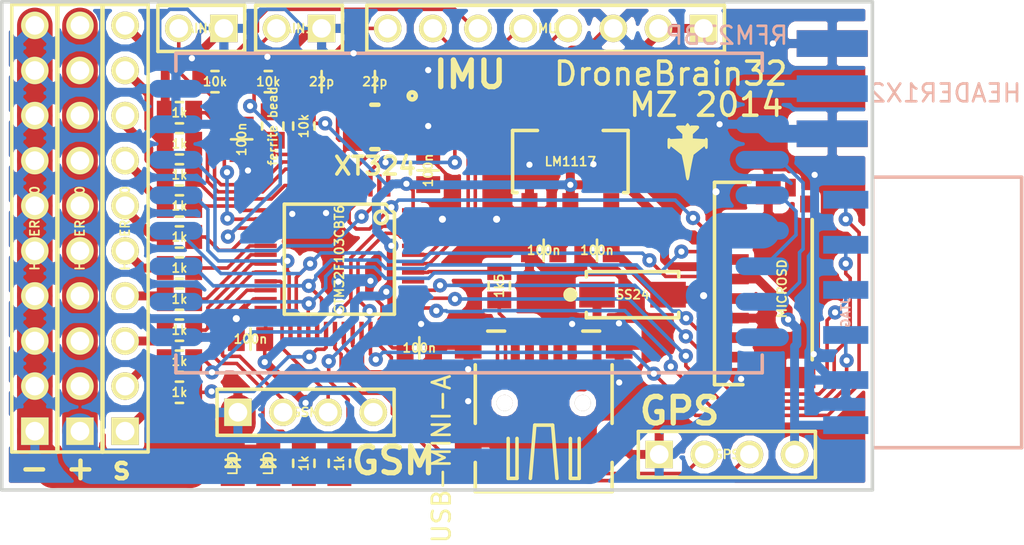
<source format=kicad_pcb>
(kicad_pcb (version 4) (host pcbnew "(2014-12-01 BZR 5309)-product")
  (layers (0 F.Cu signal) (31 B.Cu signal) (34 B.Paste user) (35 F.Paste user) (36 B.SilkS user) (37 F.SilkS user) (38 B.Mask user) (39 F.Mask user) (44 Edge.Cuts user))
  (net 0 "")
  (net 1 GND)
  (net 2 "Net-(C1-Pad2)")
  (net 3 "Net-(C2-Pad2)")
  (net 4 +3V3)
  (net 5 "Net-(C7-Pad2)")
  (net 6 +5V)
  (net 7 "Net-(D1-Pad1)")
  (net 8 "Net-(D2-Pad1)")
  (net 9 "Net-(D3-Pad1)")
  (net 10 "Net-(J1-Pad2)")
  (net 11 "Net-(J2-Pad2)")
  (net 12 /TDI)
  (net 13 /TMS)
  (net 14 /TCK)
  (net 15 /TDO)
  (net 16 /NRST)
  (net 17 "Net-(J4-Pad2)")
  (net 18 /Rx)
  (net 19 /Tx)
  (net 20 /USB_DP)
  (net 21 /USB_DM)
  (net 22 /IMU_DRDY)
  (net 23 /IMU_INTA)
  (net 24 /IMU_FSYNC)
  (net 25 /IMU_SDA)
  (net 26 /IMU_SCL)
  (net 27 /PPM)
  (net 28 /RSSI)
  (net 29 /CH8)
  (net 30 /CH7)
  (net 31 /CH6)
  (net 32 /CH5)
  (net 33 /CH4)
  (net 34 /CH3)
  (net 35 /CH2)
  (net 36 /CH1)
  (net 37 /LED0)
  (net 38 /USB_PU)
  (net 39 /LED1)
  (net 40 "Net-(U1-Pad3)")
  (net 41 "Net-(U1-Pad4)")
  (net 42 /MISO)
  (net 43 /SCK)
  (net 44 /MOSI)
  (net 45 /NSEL_SD)
  (net 46 "Net-(J10-Pad1)")
  (net 47 "Net-(J10-Pad2)")
  (net 48 "Net-(J10-Pad3)")
  (net 49 "Net-(J10-Pad4)")
  (net 50 "Net-(J10-Pad5)")
  (net 51 "Net-(J10-Pad6)")
  (net 52 "Net-(J10-Pad7)")
  (net 53 "Net-(J10-Pad8)")
  (net 54 "Net-(J10-Pad9)")
  (net 55 "Net-(J10-Pad10)")
  (net 56 /SDA)
  (net 57 /SCL)
  (net 58 "Net-(J6-Pad4)")
  (net 59 "Net-(U1-Pad8)")
  (net 60 /NIRQ_RFM)
  (net 61 /NSEL_RFM)
  (net 62 /NJTRST)
  (net 63 "Net-(U3-Pad1)")
  (net 64 "Net-(U3-Pad8)")
  (net 65 "Net-(U3-Pad9)")
  (net 66 "Net-(U3-Pad10)")
  (module Newlib:RFM23BP (layer B.Cu) (at 174.3 110.9 180)
    (fp_text reference U1 hide)
    (fp_text value RFM23BP (at -14.5 10 180) (layer B.SilkS) (effects (justify mirror)))
    (pad 1 smd oval (at -16.5 7 180) (size 3 1) (layers B.Cu B.Paste B.Mask) (net 10 "Net-(J1-Pad2)"))
    (pad 2 smd oval (at -16.5 5 180) (size 3 1) (layers B.Cu B.Paste B.Mask) (net 1 GND))
    (pad 3 smd oval (at -16.5 3 180) (size 3 1) (layers B.Cu B.Paste B.Mask) (net 40 "Net-(U1-Pad3)"))
    (pad 4 smd oval (at -16.5 1 180) (size 3 1) (layers B.Cu B.Paste B.Mask) (net 41 "Net-(U1-Pad4)"))
    (pad 5 smd oval (at -16.5 -1 180) (size 3 1) (layers B.Cu B.Paste B.Mask) (net 6 +5V))
    (pad 6 smd oval (at -16.5 -3 180) (size 3 1) (layers B.Cu B.Paste B.Mask) (net 41 "Net-(U1-Pad4)"))
    (pad 7 smd oval (at -16.5 -5 180) (size 3 1) (layers B.Cu B.Paste B.Mask) (net 40 "Net-(U1-Pad3)"))
    (pad 8 smd oval (at -16.5 -7 180) (size 3 1) (layers B.Cu B.Paste B.Mask) (net 59 "Net-(U1-Pad8)"))
    (pad 16 smd oval (at 16.5 7 180) (size 3 1) (layers B.Cu B.Paste B.Mask) (net 1 GND))
    (pad 15 smd oval (at 16.5 5 180) (size 3 1) (layers B.Cu B.Paste B.Mask) (net 1 GND))
    (pad 14 smd oval (at 16.5 3 180) (size 3 1) (layers B.Cu B.Paste B.Mask) (net 60 /NIRQ_RFM))
    (pad 13 smd oval (at 16.5 1 180) (size 3 1) (layers B.Cu B.Paste B.Mask) (net 61 /NSEL_RFM))
    (pad 10 smd oval (at 16.5 -5 180) (size 3 1) (layers B.Cu B.Paste B.Mask) (net 42 /MISO))
    (pad 12 smd oval (at 16.5 -1 180) (size 3 1) (layers B.Cu B.Paste B.Mask) (net 43 /SCK))
    (pad 11 smd oval (at 16.5 -3 180) (size 3 1) (layers B.Cu B.Paste B.Mask) (net 44 /MOSI))
    (pad 9 smd oval (at 16.5 -7 180) (size 3 1) (layers B.Cu B.Paste B.Mask) (net 1 GND))
  )
  (module Newlib:C0805 (layer F.Cu) (at 169 103.5)
    (fp_text reference C1 hide)
    (fp_text value 22p (at 0 0) (layer F.SilkS) (effects (font (size 0.50038 0.50038) (thickness 0.09906))))
    (pad 1 smd rect (at -0.8001 0) (size 0.94996 1.34874) (layers F.Cu F.Paste F.Mask) (net 1 GND))
    (pad 2 smd rect (at 0.8001 0) (size 0.94996 1.34874) (layers F.Cu F.Paste F.Mask) (net 2 "Net-(C1-Pad2)"))
  )
  (module Newlib:C0805 (layer F.Cu) (at 166 103.5 180)
    (fp_text reference C2 hide)
    (fp_text value 22p (at 0 0 180) (layer F.SilkS) (effects (font (size 0.50038 0.50038) (thickness 0.09906))))
    (pad 1 smd rect (at -0.8001 0 180) (size 0.94996 1.34874) (layers F.Cu F.Paste F.Mask) (net 1 GND))
    (pad 2 smd rect (at 0.8001 0 180) (size 0.94996 1.34874) (layers F.Cu F.Paste F.Mask) (net 3 "Net-(C2-Pad2)"))
  )
  (module Newlib:C0805 (layer F.Cu) (at 178.5 113)
    (fp_text reference C4 hide)
    (fp_text value 100n (at 0 0) (layer F.SilkS) (effects (font (size 0.50038 0.50038) (thickness 0.09906))))
    (pad 1 smd rect (at -0.8001 0) (size 0.94996 1.34874) (layers F.Cu F.Paste F.Mask) (net 1 GND))
    (pad 2 smd rect (at 0.8001 0) (size 0.94996 1.34874) (layers F.Cu F.Paste F.Mask) (net 4 +3V3))
  )
  (module Newlib:C0805 (layer F.Cu) (at 162 118)
    (fp_text reference C5 hide)
    (fp_text value 100n (at 0 0) (layer F.SilkS) (effects (font (size 0.50038 0.50038) (thickness 0.09906))))
    (pad 1 smd rect (at -0.8001 0) (size 0.94996 1.34874) (layers F.Cu F.Paste F.Mask) (net 1 GND))
    (pad 2 smd rect (at 0.8001 0) (size 0.94996 1.34874) (layers F.Cu F.Paste F.Mask) (net 4 +3V3))
  )
  (module Newlib:C0805 (layer F.Cu) (at 172 108.5 270)
    (fp_text reference C6 hide)
    (fp_text value 100n (at 0 0 270) (layer F.SilkS) (effects (font (size 0.50038 0.50038) (thickness 0.09906))))
    (pad 1 smd rect (at -0.8001 0 270) (size 0.94996 1.34874) (layers F.Cu F.Paste F.Mask) (net 1 GND))
    (pad 2 smd rect (at 0.8001 0 270) (size 0.94996 1.34874) (layers F.Cu F.Paste F.Mask) (net 4 +3V3))
  )
  (module Newlib:C0805 (layer F.Cu) (at 161.5 106.75 90)
    (fp_text reference C7 hide)
    (fp_text value 100n (at 0 0 90) (layer F.SilkS) (effects (font (size 0.50038 0.50038) (thickness 0.09906))))
    (pad 1 smd rect (at -0.8001 0 90) (size 0.94996 1.34874) (layers F.Cu F.Paste F.Mask) (net 1 GND))
    (pad 2 smd rect (at 0.8001 0 90) (size 0.94996 1.34874) (layers F.Cu F.Paste F.Mask) (net 5 "Net-(C7-Pad2)"))
  )
  (module Newlib:C0805 (layer F.Cu) (at 181.5 113)
    (fp_text reference C8 hide)
    (fp_text value 100n (at 0 0) (layer F.SilkS) (effects (font (size 0.50038 0.50038) (thickness 0.09906))))
    (pad 1 smd rect (at -0.8001 0) (size 0.94996 1.34874) (layers F.Cu F.Paste F.Mask) (net 1 GND))
    (pad 2 smd rect (at 0.8001 0) (size 0.94996 1.34874) (layers F.Cu F.Paste F.Mask) (net 6 +5V))
  )
  (module Newlib:C0805 (layer F.Cu) (at 171.5 118.5 180)
    (fp_text reference C9 hide)
    (fp_text value 100n (at 0 0 180) (layer F.SilkS) (effects (font (size 0.50038 0.50038) (thickness 0.09906))))
    (pad 1 smd rect (at -0.8001 0 180) (size 0.94996 1.34874) (layers F.Cu F.Paste F.Mask) (net 1 GND))
    (pad 2 smd rect (at 0.8001 0 180) (size 0.94996 1.34874) (layers F.Cu F.Paste F.Mask) (net 4 +3V3))
  )
  (module Newlib:D0805 (layer F.Cu) (at 163 125 90)
    (fp_text reference D1 hide)
    (fp_text value LED (at 0 0 90) (layer F.SilkS) (effects (font (size 0.50038 0.50038) (thickness 0.09906))))
    (pad 1 smd rect (at -0.8001 0 90) (size 0.94996 1.34874) (layers F.Cu F.Paste F.Mask) (net 7 "Net-(D1-Pad1)"))
    (pad 2 smd rect (at 0.8001 0 90) (size 0.94996 1.34874) (layers F.Cu F.Paste F.Mask) (net 1 GND))
  )
  (module Newlib:D0805 (layer F.Cu) (at 161 125 90)
    (fp_text reference D2 hide)
    (fp_text value LED (at 0 0 90) (layer F.SilkS) (effects (font (size 0.50038 0.50038) (thickness 0.09906))))
    (pad 1 smd rect (at -0.8001 0 90) (size 0.94996 1.34874) (layers F.Cu F.Paste F.Mask) (net 8 "Net-(D2-Pad1)"))
    (pad 2 smd rect (at 0.8001 0 90) (size 0.94996 1.34874) (layers F.Cu F.Paste F.Mask) (net 1 GND))
  )
  (module PinHead:HEADER1x2V (layer F.Cu) (at 160.5 100.5 180)
    (fp_text reference J2 hide)
    (fp_text value AIN0 (at 1.27 0 180) (layer F.SilkS) (effects (font (size 0.50038 0.50038) (thickness 0.09906))))
    (pad 1 thru_hole rect (at 0 0 180) (size 1.5494 1.5494) (drill 1.04902) (layers *.Cu *.Mask F.SilkS) (net 1 GND))
    (pad 2 thru_hole circle (at 2.54 0 180) (size 1.5494 1.5494) (drill 1.04902) (layers *.Cu *.Mask F.SilkS) (net 11 "Net-(J2-Pad2)"))
  )
  (module PinHead:HEADER1x2V (layer F.Cu) (at 166 100.5 180)
    (fp_text reference J4 hide)
    (fp_text value AIN1 (at 1.27 0 180) (layer F.SilkS) (effects (font (size 0.50038 0.50038) (thickness 0.09906))))
    (pad 1 thru_hole rect (at 0 0 180) (size 1.5494 1.5494) (drill 1.04902) (layers *.Cu *.Mask F.SilkS) (net 1 GND))
    (pad 2 thru_hole circle (at 2.54 0 180) (size 1.5494 1.5494) (drill 1.04902) (layers *.Cu *.Mask F.SilkS) (net 17 "Net-(J4-Pad2)"))
  )
  (module PinHead:HEADER1x4V (layer F.Cu) (at 185 124.5)
    (fp_text reference J5 hide)
    (fp_text value GPS (at 3.81 0) (layer F.SilkS) (effects (font (size 0.50038 0.50038) (thickness 0.09906))))
    (pad 1 thru_hole rect (at 0 0) (size 1.5494 1.5494) (drill 1.04902) (layers *.Cu *.Mask F.SilkS) (net 1 GND))
    (pad 2 thru_hole circle (at 2.54 0) (size 1.5494 1.5494) (drill 1.04902) (layers *.Cu *.Mask F.SilkS) (net 18 /Rx))
    (pad 3 thru_hole circle (at 5.08 0) (size 1.5494 1.5494) (drill 1.04902) (layers *.Cu *.Mask F.SilkS) (net 19 /Tx))
    (pad 4 thru_hole circle (at 7.62 0) (size 1.5494 1.5494) (drill 1.04902) (layers *.Cu *.Mask F.SilkS) (net 4 +3V3))
  )
  (module Newlib:USB-A-MINI (layer F.Cu) (at 178.5 127 90)
    (fp_text reference J6 hide)
    (fp_text value USB-MINI-A (at 2.25044 -5.75056 90) (layer F.SilkS) (effects (font (size 1.00076 1.00076) (thickness 0.14986))))
    (pad 3 smd rect (at 8.15086 0 90) (size 2.30124 0.50038) (layers F.Cu F.Paste F.Mask) (net 20 /USB_DP))
    (pad 2 smd rect (at 8.15086 -0.8001 90) (size 2.30124 0.50038) (layers F.Cu F.Paste F.Mask) (net 21 /USB_DM))
    (pad 1 smd rect (at 8.15086 -1.6002 90) (size 2.30124 0.50038) (layers F.Cu F.Paste F.Mask) (net 9 "Net-(D3-Pad1)"))
    (pad 4 smd rect (at 8.15086 0.8001 90) (size 2.30124 0.50038) (layers F.Cu F.Paste F.Mask) (net 58 "Net-(J6-Pad4)"))
    (pad 5 smd rect (at 8.15086 1.6002 90) (size 2.30124 0.50038) (layers F.Cu F.Paste F.Mask) (net 1 GND))
    (pad 11 thru_hole circle (at 5.40004 -2.19964 90) (size 0.89916 0.89916) (drill 0.89916) (layers *.Cu *.Mask F.SilkS))
    (pad 12 thru_hole circle (at 5.40004 2.19964 90) (size 0.89916 0.89916) (drill 0.89916) (layers *.Cu *.Mask F.SilkS))
    (pad 6 smd rect (at 8.6487 4.24942 90) (size 1.50114 1.50114) (layers F.Cu F.Paste F.Mask) (net 1 GND))
    (pad 7 smd rect (at 3.1496 4.24942 90) (size 1.50114 1.50114) (layers F.Cu F.Paste F.Mask) (net 1 GND))
    (pad 8 smd rect (at 3.1496 -4.24942 90) (size 1.50114 1.50114) (layers F.Cu F.Paste F.Mask) (net 1 GND))
    (pad 9 smd rect (at 8.6487 -4.24942 90) (size 1.50114 1.50114) (layers F.Cu F.Paste F.Mask) (net 1 GND))
  )
  (module PinHead:HEADER1x8V (layer F.Cu) (at 187.5 100.5 180)
    (fp_text reference J7 hide)
    (fp_text value IMU (at 8.89 0 180) (layer F.SilkS) (effects (font (size 0.50038 0.50038) (thickness 0.09906))))
    (pad 1 thru_hole rect (at 0 0 180) (size 1.5494 1.5494) (drill 1.04902) (layers *.Cu *.Mask F.SilkS) (net 4 +3V3))
    (pad 2 thru_hole circle (at 2.54 0 180) (size 1.5494 1.5494) (drill 1.04902) (layers *.Cu *.Mask F.SilkS) (net 4 +3V3))
    (pad 3 thru_hole circle (at 5.08 0 180) (size 1.5494 1.5494) (drill 1.04902) (layers *.Cu *.Mask F.SilkS) (net 1 GND))
    (pad 4 thru_hole circle (at 7.62 0 180) (size 1.5494 1.5494) (drill 1.04902) (layers *.Cu *.Mask F.SilkS) (net 26 /IMU_SCL))
    (pad 5 thru_hole circle (at 10.16 0 180) (size 1.5494 1.5494) (drill 1.04902) (layers *.Cu *.Mask F.SilkS) (net 25 /IMU_SDA))
    (pad 6 thru_hole circle (at 12.7 0 180) (size 1.5494 1.5494) (drill 1.04902) (layers *.Cu *.Mask F.SilkS) (net 24 /IMU_FSYNC))
    (pad 7 thru_hole circle (at 15.24 0 180) (size 1.5494 1.5494) (drill 1.04902) (layers *.Cu *.Mask F.SilkS) (net 23 /IMU_INTA))
    (pad 8 thru_hole circle (at 17.78 0 180) (size 1.5494 1.5494) (drill 1.04902) (layers *.Cu *.Mask F.SilkS) (net 22 /IMU_DRDY))
  )
  (module PinHead:HEADER1x10V (layer F.Cu) (at 149.86 123.19 90)
    (fp_text reference J8 hide)
    (fp_text value HEADER1X10 (at 11.43 0 90) (layer F.SilkS) (effects (font (size 0.50038 0.50038) (thickness 0.09906))))
    (pad 1 thru_hole rect (at 0 0 90) (size 1.5494 1.5494) (drill 1.04902) (layers *.Cu *.Mask F.SilkS) (net 1 GND))
    (pad 2 thru_hole circle (at 2.54 0 90) (size 1.5494 1.5494) (drill 1.04902) (layers *.Cu *.Mask F.SilkS) (net 1 GND))
    (pad 3 thru_hole circle (at 5.08 0 90) (size 1.5494 1.5494) (drill 1.04902) (layers *.Cu *.Mask F.SilkS) (net 1 GND))
    (pad 4 thru_hole circle (at 7.62 0 90) (size 1.5494 1.5494) (drill 1.04902) (layers *.Cu *.Mask F.SilkS) (net 1 GND))
    (pad 5 thru_hole circle (at 10.16 0 90) (size 1.5494 1.5494) (drill 1.04902) (layers *.Cu *.Mask F.SilkS) (net 1 GND))
    (pad 6 thru_hole circle (at 12.7 0 90) (size 1.5494 1.5494) (drill 1.04902) (layers *.Cu *.Mask F.SilkS) (net 1 GND))
    (pad 7 thru_hole circle (at 15.24 0 90) (size 1.5494 1.5494) (drill 1.04902) (layers *.Cu *.Mask F.SilkS) (net 1 GND))
    (pad 8 thru_hole circle (at 17.78 0 90) (size 1.5494 1.5494) (drill 1.04902) (layers *.Cu *.Mask F.SilkS) (net 1 GND))
    (pad 9 thru_hole circle (at 20.32 0 90) (size 1.5494 1.5494) (drill 1.04902) (layers *.Cu *.Mask F.SilkS) (net 1 GND))
    (pad 10 thru_hole circle (at 22.86 0 90) (size 1.5494 1.5494) (drill 1.04902) (layers *.Cu *.Mask F.SilkS) (net 1 GND))
  )
  (module PinHead:HEADER1x10V (layer F.Cu) (at 152.4 123.19 90)
    (fp_text reference J9 hide)
    (fp_text value HEADER1X10 (at 11.43 0 90) (layer F.SilkS) (effects (font (size 0.50038 0.50038) (thickness 0.09906))))
    (pad 1 thru_hole rect (at 0 0 90) (size 1.5494 1.5494) (drill 1.04902) (layers *.Cu *.Mask F.SilkS) (net 6 +5V))
    (pad 2 thru_hole circle (at 2.54 0 90) (size 1.5494 1.5494) (drill 1.04902) (layers *.Cu *.Mask F.SilkS) (net 6 +5V))
    (pad 3 thru_hole circle (at 5.08 0 90) (size 1.5494 1.5494) (drill 1.04902) (layers *.Cu *.Mask F.SilkS) (net 6 +5V))
    (pad 4 thru_hole circle (at 7.62 0 90) (size 1.5494 1.5494) (drill 1.04902) (layers *.Cu *.Mask F.SilkS) (net 6 +5V))
    (pad 5 thru_hole circle (at 10.16 0 90) (size 1.5494 1.5494) (drill 1.04902) (layers *.Cu *.Mask F.SilkS) (net 6 +5V))
    (pad 6 thru_hole circle (at 12.7 0 90) (size 1.5494 1.5494) (drill 1.04902) (layers *.Cu *.Mask F.SilkS) (net 6 +5V))
    (pad 7 thru_hole circle (at 15.24 0 90) (size 1.5494 1.5494) (drill 1.04902) (layers *.Cu *.Mask F.SilkS) (net 6 +5V))
    (pad 8 thru_hole circle (at 17.78 0 90) (size 1.5494 1.5494) (drill 1.04902) (layers *.Cu *.Mask F.SilkS) (net 6 +5V))
    (pad 9 thru_hole circle (at 20.32 0 90) (size 1.5494 1.5494) (drill 1.04902) (layers *.Cu *.Mask F.SilkS) (net 6 +5V))
    (pad 10 thru_hole circle (at 22.86 0 90) (size 1.5494 1.5494) (drill 1.04902) (layers *.Cu *.Mask F.SilkS) (net 6 +5V))
  )
  (module PinHead:HEADER1x10V (layer F.Cu) (at 154.94 123.19 90)
    (fp_text reference J10 hide)
    (fp_text value HEADER1X10 (at 11.43 0 90) (layer F.SilkS) (effects (font (size 0.50038 0.50038) (thickness 0.09906))))
    (pad 1 thru_hole rect (at 0 0 90) (size 1.5494 1.5494) (drill 1.04902) (layers *.Cu *.Mask F.SilkS) (net 46 "Net-(J10-Pad1)"))
    (pad 2 thru_hole circle (at 2.54 0 90) (size 1.5494 1.5494) (drill 1.04902) (layers *.Cu *.Mask F.SilkS) (net 47 "Net-(J10-Pad2)"))
    (pad 3 thru_hole circle (at 5.08 0 90) (size 1.5494 1.5494) (drill 1.04902) (layers *.Cu *.Mask F.SilkS) (net 48 "Net-(J10-Pad3)"))
    (pad 4 thru_hole circle (at 7.62 0 90) (size 1.5494 1.5494) (drill 1.04902) (layers *.Cu *.Mask F.SilkS) (net 49 "Net-(J10-Pad4)"))
    (pad 5 thru_hole circle (at 10.16 0 90) (size 1.5494 1.5494) (drill 1.04902) (layers *.Cu *.Mask F.SilkS) (net 50 "Net-(J10-Pad5)"))
    (pad 6 thru_hole circle (at 12.7 0 90) (size 1.5494 1.5494) (drill 1.04902) (layers *.Cu *.Mask F.SilkS) (net 51 "Net-(J10-Pad6)"))
    (pad 7 thru_hole circle (at 15.24 0 90) (size 1.5494 1.5494) (drill 1.04902) (layers *.Cu *.Mask F.SilkS) (net 52 "Net-(J10-Pad7)"))
    (pad 8 thru_hole circle (at 17.78 0 90) (size 1.5494 1.5494) (drill 1.04902) (layers *.Cu *.Mask F.SilkS) (net 53 "Net-(J10-Pad8)"))
    (pad 9 thru_hole circle (at 20.32 0 90) (size 1.5494 1.5494) (drill 1.04902) (layers *.Cu *.Mask F.SilkS) (net 54 "Net-(J10-Pad9)"))
    (pad 10 thru_hole circle (at 22.86 0 90) (size 1.5494 1.5494) (drill 1.04902) (layers *.Cu *.Mask F.SilkS) (net 55 "Net-(J10-Pad10)"))
  )
  (module Newlib:R0805 (layer F.Cu) (at 163.25 106 270)
    (fp_text reference L1 hide)
    (fp_text value "ferrite bead" (at 0 0 270) (layer F.SilkS) (effects (font (size 0.50038 0.50038) (thickness 0.09906))))
    (pad 1 smd rect (at -0.8001 0 270) (size 0.94996 1.34874) (layers F.Cu F.Paste F.Mask) (net 4 +3V3))
    (pad 2 smd rect (at 0.8001 0 270) (size 0.94996 1.34874) (layers F.Cu F.Paste F.Mask) (net 5 "Net-(C7-Pad2)"))
  )
  (module Newlib:R0805 (layer F.Cu) (at 165 106 270)
    (fp_text reference R1 hide)
    (fp_text value 10k (at 0 0 270) (layer F.SilkS) (effects (font (size 0.50038 0.50038) (thickness 0.09906))))
    (pad 1 smd rect (at -0.8001 0 270) (size 0.94996 1.34874) (layers F.Cu F.Paste F.Mask) (net 4 +3V3))
    (pad 2 smd rect (at 0.8001 0 270) (size 0.94996 1.34874) (layers F.Cu F.Paste F.Mask) (net 16 /NRST))
  )
  (module Newlib:R0805 (layer F.Cu) (at 165 125 90)
    (fp_text reference R2 hide)
    (fp_text value 1k (at 0 0 90) (layer F.SilkS) (effects (font (size 0.50038 0.50038) (thickness 0.09906))))
    (pad 1 smd rect (at -0.8001 0 90) (size 0.94996 1.34874) (layers F.Cu F.Paste F.Mask) (net 7 "Net-(D1-Pad1)"))
    (pad 2 smd rect (at 0.8001 0 90) (size 0.94996 1.34874) (layers F.Cu F.Paste F.Mask) (net 37 /LED0))
  )
  (module Newlib:R0805 (layer F.Cu) (at 160 103.5 180)
    (fp_text reference R3 hide)
    (fp_text value 10k (at 0 0 180) (layer F.SilkS) (effects (font (size 0.50038 0.50038) (thickness 0.09906))))
    (pad 1 smd rect (at -0.8001 0 180) (size 0.94996 1.34874) (layers F.Cu F.Paste F.Mask) (net 24 /IMU_FSYNC))
    (pad 2 smd rect (at 0.8001 0 180) (size 0.94996 1.34874) (layers F.Cu F.Paste F.Mask) (net 11 "Net-(J2-Pad2)"))
  )
  (module Newlib:R0805 (layer F.Cu) (at 163 103.5 180)
    (fp_text reference R4 hide)
    (fp_text value 10k (at 0 0 180) (layer F.SilkS) (effects (font (size 0.50038 0.50038) (thickness 0.09906))))
    (pad 1 smd rect (at -0.8001 0 180) (size 0.94996 1.34874) (layers F.Cu F.Paste F.Mask) (net 22 /IMU_DRDY))
    (pad 2 smd rect (at 0.8001 0 180) (size 0.94996 1.34874) (layers F.Cu F.Paste F.Mask) (net 17 "Net-(J4-Pad2)"))
  )
  (module Newlib:R0805 (layer F.Cu) (at 176 115 90)
    (fp_text reference R5 hide)
    (fp_text value 1k5 (at 0 0 90) (layer F.SilkS) (effects (font (size 0.50038 0.50038) (thickness 0.09906))))
    (pad 1 smd rect (at -0.8001 0 90) (size 0.94996 1.34874) (layers F.Cu F.Paste F.Mask) (net 20 /USB_DP))
    (pad 2 smd rect (at 0.8001 0 90) (size 0.94996 1.34874) (layers F.Cu F.Paste F.Mask) (net 38 /USB_PU))
  )
  (module Newlib:R0805 (layer F.Cu) (at 167 125 90)
    (fp_text reference R6 hide)
    (fp_text value 1k (at 0 0 90) (layer F.SilkS) (effects (font (size 0.50038 0.50038) (thickness 0.09906))))
    (pad 1 smd rect (at -0.8001 0 90) (size 0.94996 1.34874) (layers F.Cu F.Paste F.Mask) (net 8 "Net-(D2-Pad1)"))
    (pad 2 smd rect (at 0.8001 0 90) (size 0.94996 1.34874) (layers F.Cu F.Paste F.Mask) (net 39 /LED1))
  )
  (module Newlib:LQFP48_L (layer F.Cu) (at 167 113.5 270)
    (fp_text reference U2 hide)
    (fp_text value STM32F103CBT6 (at 0 0 270) (layer F.SilkS) (effects (font (size 0.50038 0.50038) (thickness 0.09906))))
    (pad 1 smd rect (at -4.15036 -2.75082 270) (size 1.24968 0.24892) (layers F.Cu F.Paste F.Mask) (net 4 +3V3))
    (pad 2 smd rect (at -4.15036 -2.25044 270) (size 1.24968 0.24892) (layers F.Cu F.Paste F.Mask) (net 60 /NIRQ_RFM))
    (pad 3 smd rect (at -4.15036 -1.75006 270) (size 1.24968 0.24892) (layers F.Cu F.Paste F.Mask) (net 23 /IMU_INTA))
    (pad 4 smd rect (at -4.15036 -1.25222 270) (size 1.24968 0.24892) (layers F.Cu F.Paste F.Mask) (net 45 /NSEL_SD))
    (pad 5 smd rect (at -4.15036 -0.75184 270) (size 1.24968 0.24892) (layers F.Cu F.Paste F.Mask) (net 2 "Net-(C1-Pad2)"))
    (pad 6 smd rect (at -4.15036 -0.25146 270) (size 1.24968 0.24892) (layers F.Cu F.Paste F.Mask) (net 3 "Net-(C2-Pad2)"))
    (pad 7 smd rect (at -4.15036 0.24892 270) (size 1.24968 0.24892) (layers F.Cu F.Paste F.Mask) (net 16 /NRST))
    (pad 8 smd rect (at -4.15036 0.7493 270) (size 1.24968 0.24892) (layers F.Cu F.Paste F.Mask) (net 1 GND))
    (pad 9 smd rect (at -4.15036 1.24968 270) (size 1.24968 0.24892) (layers F.Cu F.Paste F.Mask) (net 5 "Net-(C7-Pad2)"))
    (pad 10 smd rect (at -4.15036 1.75006 270) (size 1.24968 0.24892) (layers F.Cu F.Paste F.Mask) (net 36 /CH1))
    (pad 11 smd rect (at -4.15036 2.25044 270) (size 1.24968 0.24892) (layers F.Cu F.Paste F.Mask) (net 35 /CH2))
    (pad 12 smd rect (at -4.15036 2.75082 270) (size 1.24968 0.24892) (layers F.Cu F.Paste F.Mask) (net 34 /CH3))
    (pad 13 smd rect (at -2.75082 4.15036) (size 1.24968 0.24892) (layers F.Cu F.Paste F.Mask) (net 33 /CH4))
    (pad 14 smd rect (at -2.25044 4.15036) (size 1.24968 0.24892) (layers F.Cu F.Paste F.Mask) (net 11 "Net-(J2-Pad2)"))
    (pad 15 smd rect (at -1.75006 4.15036) (size 1.24968 0.24892) (layers F.Cu F.Paste F.Mask) (net 17 "Net-(J4-Pad2)"))
    (pad 16 smd rect (at -1.24968 4.15036) (size 1.24968 0.24892) (layers F.Cu F.Paste F.Mask) (net 32 /CH5))
    (pad 17 smd rect (at -0.7493 4.15036) (size 1.24968 0.24892) (layers F.Cu F.Paste F.Mask) (net 31 /CH6))
    (pad 18 smd rect (at -0.24892 4.15036) (size 1.24968 0.24892) (layers F.Cu F.Paste F.Mask) (net 30 /CH7))
    (pad 19 smd rect (at 0.24892 4.15036) (size 1.24968 0.24892) (layers F.Cu F.Paste F.Mask) (net 29 /CH8))
    (pad 20 smd rect (at 0.7493 4.15036) (size 1.24968 0.24892) (layers F.Cu F.Paste F.Mask) (net 37 /LED0))
    (pad 21 smd rect (at 1.24968 4.15036) (size 1.24968 0.24892) (layers F.Cu F.Paste F.Mask) (net 57 /SCL))
    (pad 22 smd rect (at 1.75006 4.15036) (size 1.24968 0.24892) (layers F.Cu F.Paste F.Mask) (net 56 /SDA))
    (pad 23 smd rect (at 2.25044 4.15036) (size 1.24968 0.24892) (layers F.Cu F.Paste F.Mask) (net 1 GND))
    (pad 24 smd rect (at 2.75082 4.15036) (size 1.24968 0.24892) (layers F.Cu F.Paste F.Mask) (net 4 +3V3))
    (pad 25 smd rect (at 4.15036 2.75082 90) (size 1.24968 0.24892) (layers F.Cu F.Paste F.Mask) (net 61 /NSEL_RFM))
    (pad 26 smd rect (at 4.15036 2.25044 90) (size 1.24968 0.24892) (layers F.Cu F.Paste F.Mask) (net 43 /SCK))
    (pad 27 smd rect (at 4.15036 1.75006 90) (size 1.24968 0.24892) (layers F.Cu F.Paste F.Mask) (net 42 /MISO))
    (pad 28 smd rect (at 4.15036 1.24968 90) (size 1.24968 0.24892) (layers F.Cu F.Paste F.Mask) (net 44 /MOSI))
    (pad 29 smd rect (at 4.15036 0.7493 90) (size 1.24968 0.24892) (layers F.Cu F.Paste F.Mask) (net 27 /PPM))
    (pad 30 smd rect (at 4.15036 0.24892 90) (size 1.24968 0.24892) (layers F.Cu F.Paste F.Mask) (net 19 /Tx))
    (pad 31 smd rect (at 4.15036 -0.24892 90) (size 1.24968 0.24892) (layers F.Cu F.Paste F.Mask) (net 18 /Rx))
    (pad 32 smd rect (at 4.15036 -0.7493 90) (size 1.24968 0.24892) (layers F.Cu F.Paste F.Mask) (net 21 /USB_DM))
    (pad 33 smd rect (at 4.15036 -1.24968 90) (size 1.24968 0.24892) (layers F.Cu F.Paste F.Mask) (net 20 /USB_DP))
    (pad 34 smd rect (at 4.15036 -1.75006 90) (size 1.24968 0.24892) (layers F.Cu F.Paste F.Mask) (net 13 /TMS))
    (pad 35 smd rect (at 4.15036 -2.25044 90) (size 1.24968 0.24892) (layers F.Cu F.Paste F.Mask) (net 1 GND))
    (pad 36 smd rect (at 4.15036 -2.75082 90) (size 1.24968 0.24892) (layers F.Cu F.Paste F.Mask) (net 4 +3V3))
    (pad 37 smd rect (at 2.75082 -4.15036 180) (size 1.24968 0.24892) (layers F.Cu F.Paste F.Mask) (net 14 /TCK))
    (pad 38 smd rect (at 2.25044 -4.15036 180) (size 1.24968 0.24892) (layers F.Cu F.Paste F.Mask) (net 12 /TDI))
    (pad 39 smd rect (at 1.75006 -4.15036 180) (size 1.24968 0.24892) (layers F.Cu F.Paste F.Mask) (net 15 /TDO))
    (pad 40 smd rect (at 1.24968 -4.15036 180) (size 1.24968 0.24892) (layers F.Cu F.Paste F.Mask) (net 62 /NJTRST))
    (pad 41 smd rect (at 0.7493 -4.15036 180) (size 1.24968 0.24892) (layers F.Cu F.Paste F.Mask) (net 38 /USB_PU))
    (pad 42 smd rect (at 0.24892 -4.15036 180) (size 1.24968 0.24892) (layers F.Cu F.Paste F.Mask) (net 26 /IMU_SCL))
    (pad 43 smd rect (at -0.24892 -4.15036 180) (size 1.24968 0.24892) (layers F.Cu F.Paste F.Mask) (net 25 /IMU_SDA))
    (pad 44 smd rect (at -0.7493 -4.15036 180) (size 1.24968 0.24892) (layers F.Cu F.Paste F.Mask) (net 1 GND))
    (pad 45 smd rect (at -1.24968 -4.15036 180) (size 1.24968 0.24892) (layers F.Cu F.Paste F.Mask) (net 39 /LED1))
    (pad 46 smd rect (at -1.75006 -4.15036 180) (size 1.24968 0.24892) (layers F.Cu F.Paste F.Mask) (net 28 /RSSI))
    (pad 47 smd rect (at -2.25044 -4.15036 180) (size 1.24968 0.24892) (layers F.Cu F.Paste F.Mask) (net 1 GND))
    (pad 48 smd rect (at -2.75082 -4.15036 180) (size 1.24968 0.24892) (layers F.Cu F.Paste F.Mask) (net 4 +3V3))
  )
  (module Newlib:MicroSD_MOLEX_47309-3351 (layer F.Cu) (at 189.413951 115.168682 90)
    (fp_text reference U3 hide)
    (fp_text value MICROSD (at 0 2.49936 90) (layer F.SilkS) (effects (font (size 0.50038 0.50038) (thickness 0.09906))))
    (pad 1 smd rect (at 3.85064 0 90) (size 0.59944 1.24968) (layers F.Cu F.Paste F.Mask) (net 63 "Net-(U3-Pad1)"))
    (pad 2 smd rect (at 2.75082 0 90) (size 0.59944 1.24968) (layers F.Cu F.Paste F.Mask) (net 45 /NSEL_SD))
    (pad 3 smd rect (at 1.651 0 90) (size 0.59944 1.24968) (layers F.Cu F.Paste F.Mask) (net 44 /MOSI))
    (pad 4 smd rect (at 0.55118 0 90) (size 0.59944 1.24968) (layers F.Cu F.Paste F.Mask) (net 4 +3V3))
    (pad 5 smd rect (at -0.55118 0 90) (size 0.59944 1.24968) (layers F.Cu F.Paste F.Mask) (net 43 /SCK))
    (pad 6 smd rect (at -1.651 0 90) (size 0.59944 1.24968) (layers F.Cu F.Paste F.Mask) (net 1 GND))
    (pad 7 smd rect (at -2.75082 0 90) (size 0.59944 1.24968) (layers F.Cu F.Paste F.Mask) (net 42 /MISO))
    (pad 8 smd rect (at -3.85064 0 90) (size 0.59944 1.24968) (layers F.Cu F.Paste F.Mask) (net 64 "Net-(U3-Pad8)"))
    (pad 9 smd rect (at 5.69976 2.97434 90) (size 1.00076 0.59944) (layers F.Cu F.Paste F.Mask) (net 65 "Net-(U3-Pad9)"))
    (pad 10 smd rect (at 4.7752 3.9497 90) (size 0.94996 0.8509) (layers F.Cu F.Paste F.Mask) (net 66 "Net-(U3-Pad10)"))
    (pad 11 smd rect (at -5.00126 2.47904 90) (size 1.19888 3.78968) (layers F.Cu F.Paste F.Mask) (net 1 GND))
    (pad 12 smd rect (at 5.47624 1.72466 90) (size 1.45034 1.39954) (layers F.Cu F.Paste F.Mask) (net 1 GND))
  )
  (module Newlib:SOT223 (layer F.Cu) (at 180 108)
    (fp_text reference U4 hide)
    (fp_text value LM1117 (at 0 0) (layer F.SilkS) (effects (font (size 0.50038 0.50038) (thickness 0.09906))))
    (pad 4 smd rect (at 0 -2.79908) (size 3.1496 2.04978) (layers F.Cu F.Paste F.Mask) (net 4 +3V3))
    (pad 2 smd rect (at 0 2.79908) (size 0.89916 2.04978) (layers F.Cu F.Paste F.Mask) (net 4 +3V3))
    (pad 3 smd rect (at 2.30124 2.79908) (size 0.89916 2.04978) (layers F.Cu F.Paste F.Mask) (net 6 +5V))
    (pad 1 smd rect (at -2.30124 2.79908) (size 0.89916 2.04978) (layers F.Cu F.Paste F.Mask) (net 1 GND))
  )
  (module Newlib:XT324 (layer F.Cu) (at 169 106 180)
    (fp_text reference X1 hide)
    (fp_text value XT324 (at 0 -2.25044 180) (layer F.SilkS) (effects (font (size 1.00076 1.00076) (thickness 0.20066))))
    (pad 1 smd rect (at -1.09982 0.8001 180) (size 1.39954 1.19888) (layers F.Cu F.Paste F.Mask) (net 2 "Net-(C1-Pad2)"))
    (pad 2 smd rect (at 1.09982 0.8001 180) (size 1.39954 1.19888) (layers F.Cu F.Paste F.Mask) (net 1 GND))
    (pad 3 smd rect (at 1.09982 -0.8001 180) (size 1.39954 1.19888) (layers F.Cu F.Paste F.Mask) (net 3 "Net-(C2-Pad2)"))
    (pad 4 smd rect (at -1.09982 -0.8001 180) (size 1.39954 1.19888) (layers F.Cu F.Paste F.Mask) (net 1 GND))
  )
  (module Newlib:R0805 (layer F.Cu) (at 158 105.25 180)
    (fp_text reference R7 hide)
    (fp_text value 1k (at 0 0 180) (layer F.SilkS) (effects (font (size 0.50038 0.50038) (thickness 0.09906))))
    (pad 1 smd rect (at -0.8001 0 180) (size 0.94996 1.34874) (layers F.Cu F.Paste F.Mask) (net 36 /CH1))
    (pad 2 smd rect (at 0.8001 0 180) (size 0.94996 1.34874) (layers F.Cu F.Paste F.Mask) (net 55 "Net-(J10-Pad10)"))
  )
  (module Newlib:R0805 (layer F.Cu) (at 158 107 180)
    (fp_text reference R8 hide)
    (fp_text value 1k (at 0 0 180) (layer F.SilkS) (effects (font (size 0.50038 0.50038) (thickness 0.09906))))
    (pad 1 smd rect (at -0.8001 0 180) (size 0.94996 1.34874) (layers F.Cu F.Paste F.Mask) (net 35 /CH2))
    (pad 2 smd rect (at 0.8001 0 180) (size 0.94996 1.34874) (layers F.Cu F.Paste F.Mask) (net 54 "Net-(J10-Pad9)"))
  )
  (module Newlib:R0805 (layer F.Cu) (at 158 108.75 180)
    (fp_text reference R9 hide)
    (fp_text value 1k (at 0 0 180) (layer F.SilkS) (effects (font (size 0.50038 0.50038) (thickness 0.09906))))
    (pad 1 smd rect (at -0.8001 0 180) (size 0.94996 1.34874) (layers F.Cu F.Paste F.Mask) (net 34 /CH3))
    (pad 2 smd rect (at 0.8001 0 180) (size 0.94996 1.34874) (layers F.Cu F.Paste F.Mask) (net 53 "Net-(J10-Pad8)"))
  )
  (module Newlib:R0805 (layer F.Cu) (at 158 110.5 180)
    (fp_text reference R10 hide)
    (fp_text value 1k (at 0 0 180) (layer F.SilkS) (effects (font (size 0.50038 0.50038) (thickness 0.09906))))
    (pad 1 smd rect (at -0.8001 0 180) (size 0.94996 1.34874) (layers F.Cu F.Paste F.Mask) (net 33 /CH4))
    (pad 2 smd rect (at 0.8001 0 180) (size 0.94996 1.34874) (layers F.Cu F.Paste F.Mask) (net 52 "Net-(J10-Pad7)"))
  )
  (module Newlib:R0805 (layer F.Cu) (at 158 112.25 180)
    (fp_text reference R11 hide)
    (fp_text value 1k (at 0 0 180) (layer F.SilkS) (effects (font (size 0.50038 0.50038) (thickness 0.09906))))
    (pad 1 smd rect (at -0.8001 0 180) (size 0.94996 1.34874) (layers F.Cu F.Paste F.Mask) (net 32 /CH5))
    (pad 2 smd rect (at 0.8001 0 180) (size 0.94996 1.34874) (layers F.Cu F.Paste F.Mask) (net 51 "Net-(J10-Pad6)"))
  )
  (module Newlib:R0805 (layer F.Cu) (at 158 114 180)
    (fp_text reference R12 hide)
    (fp_text value 1k (at 0 0 180) (layer F.SilkS) (effects (font (size 0.50038 0.50038) (thickness 0.09906))))
    (pad 1 smd rect (at -0.8001 0 180) (size 0.94996 1.34874) (layers F.Cu F.Paste F.Mask) (net 31 /CH6))
    (pad 2 smd rect (at 0.8001 0 180) (size 0.94996 1.34874) (layers F.Cu F.Paste F.Mask) (net 50 "Net-(J10-Pad5)"))
  )
  (module Newlib:R0805 (layer F.Cu) (at 158 115.75 180)
    (fp_text reference R13 hide)
    (fp_text value 1k (at 0 0 180) (layer F.SilkS) (effects (font (size 0.50038 0.50038) (thickness 0.09906))))
    (pad 1 smd rect (at -0.8001 0 180) (size 0.94996 1.34874) (layers F.Cu F.Paste F.Mask) (net 30 /CH7))
    (pad 2 smd rect (at 0.8001 0 180) (size 0.94996 1.34874) (layers F.Cu F.Paste F.Mask) (net 49 "Net-(J10-Pad4)"))
  )
  (module Newlib:R0805 (layer F.Cu) (at 158 117.5 180)
    (fp_text reference R14 hide)
    (fp_text value 1k (at 0 0 180) (layer F.SilkS) (effects (font (size 0.50038 0.50038) (thickness 0.09906))))
    (pad 1 smd rect (at -0.8001 0 180) (size 0.94996 1.34874) (layers F.Cu F.Paste F.Mask) (net 29 /CH8))
    (pad 2 smd rect (at 0.8001 0 180) (size 0.94996 1.34874) (layers F.Cu F.Paste F.Mask) (net 48 "Net-(J10-Pad3)"))
  )
  (module Newlib:R0805 (layer F.Cu) (at 158 119.25 180)
    (fp_text reference R15 hide)
    (fp_text value 1k (at 0 0 180) (layer F.SilkS) (effects (font (size 0.50038 0.50038) (thickness 0.09906))))
    (pad 1 smd rect (at -0.8001 0 180) (size 0.94996 1.34874) (layers F.Cu F.Paste F.Mask) (net 28 /RSSI))
    (pad 2 smd rect (at 0.8001 0 180) (size 0.94996 1.34874) (layers F.Cu F.Paste F.Mask) (net 47 "Net-(J10-Pad2)"))
  )
  (module Newlib:R0805 (layer F.Cu) (at 158 121 180)
    (fp_text reference R16 hide)
    (fp_text value 1k (at 0 0 180) (layer F.SilkS) (effects (font (size 0.50038 0.50038) (thickness 0.09906))))
    (pad 1 smd rect (at -0.8001 0 180) (size 0.94996 1.34874) (layers F.Cu F.Paste F.Mask) (net 27 /PPM))
    (pad 2 smd rect (at 0.8001 0 180) (size 0.94996 1.34874) (layers F.Cu F.Paste F.Mask) (net 46 "Net-(J10-Pad1)"))
  )
  (module Newlib:CON_SMA-Edge (layer B.Cu) (at 197.28 103.894 180)
    (fp_text reference J1 hide)
    (fp_text value HEADER1X2 (at -3.81 -0.254 180) (layer B.SilkS) (effects (justify mirror)))
    (pad 1 smd rect (at 2.54 2.54 180) (size 4 1.5) (layers B.Cu B.Paste B.Mask) (net 1 GND))
    (pad 2 smd rect (at 2.54 0 180) (size 4 1.5) (layers B.Cu B.Paste B.Mask) (net 10 "Net-(J1-Pad2)"))
    (pad 1 smd rect (at 2.54 -2.54 180) (size 4 1.5) (layers B.Cu B.Paste B.Mask) (net 1 GND))
    (pad 1 smd rect (at 2.54 2.54 180) (size 4 1.5) (layers F.Cu F.Paste F.Mask) (net 1 GND))
    (pad 1 smd rect (at 2.54 -2.54 180) (size 4 1.5) (layers F.Cu F.Paste F.Mask) (net 1 GND))
  )
  (module Newlib:SMA (layer F.Cu) (at 183.5 115.5)
    (fp_text reference D3 hide)
    (fp_text value SS24 (at 0 0) (layer F.SilkS) (effects (font (size 0.50038 0.50038) (thickness 0.09906))))
    (pad 1 smd rect (at -1.99898 0) (size 1.99898 1.45034) (layers F.Cu F.Paste F.Mask) (net 9 "Net-(D3-Pad1)"))
    (pad 2 smd rect (at 1.99898 0) (size 1.99898 1.45034) (layers F.Cu F.Paste F.Mask) (net 6 +5V))
  )
  (module PinHead:HEADER1x6EF (layer B.Cu) (at 195.5 116.5 90)
    (fp_text reference J3 hide)
    (fp_text value JTAG (at 0 0 90) (layer B.SilkS) (effects (font (size 0.50038 0.50038) (thickness 0.09906)) (justify mirror)))
    (pad 1 smd rect (at -6.35 0 90) (size 1 2.54) (layers B.Cu B.Paste B.Mask) (net 4 +3V3))
    (pad 2 smd rect (at -3.81 0 90) (size 1 2.54) (layers B.Cu B.Paste B.Mask) (net 1 GND))
    (pad 3 smd rect (at -1.27 0 90) (size 1 2.54) (layers B.Cu B.Paste B.Mask) (net 14 /TCK))
    (pad 4 smd rect (at 1.27 0 90) (size 1 2.54) (layers B.Cu B.Paste B.Mask) (net 15 /TDO))
    (pad 5 smd rect (at 3.81 0 90) (size 1 2.54) (layers B.Cu B.Paste B.Mask) (net 12 /TDI))
    (pad 6 smd rect (at 6.35 0 90) (size 1 2.54) (layers B.Cu B.Paste B.Mask) (net 13 /TMS))
  )
  (module PinHead:HEADER1x4V (layer F.Cu) (at 161.29 122.125)
    (fp_text reference J11 hide)
    (fp_text value GSM (at 3.81 0) (layer F.SilkS) (effects (font (size 0.50038 0.50038) (thickness 0.09906))))
    (pad 1 thru_hole rect (at 0 0) (size 1.5494 1.5494) (drill 1.04902) (layers *.Cu *.Mask F.SilkS) (net 1 GND))
    (pad 2 thru_hole circle (at 2.54 0) (size 1.5494 1.5494) (drill 1.04902) (layers *.Cu *.Mask F.SilkS) (net 56 /SDA))
    (pad 3 thru_hole circle (at 5.08 0) (size 1.5494 1.5494) (drill 1.04902) (layers *.Cu *.Mask F.SilkS) (net 57 /SCL))
    (pad 4 thru_hole circle (at 7.62 0) (size 1.5494 1.5494) (drill 1.04902) (layers *.Cu *.Mask F.SilkS) (net 4 +3V3))
  )
  (module Decals:jet (layer F.Cu) (at 186.6 107.45 180)
    (fp_text reference G*** hide)
    (fp_text value LOGO hide)
  )
  (gr_text DroneBrain32 (at 185.65 103.05) (layer F.SilkS) (effects (font (size 1.3 1.3) (thickness 0.2))))
  (gr_text "MZ 2014" (at 187.65 104.8) (layer F.SilkS) (effects (font (size 1.3 1.3) (thickness 0.2))))
  (gr_text IMU (at 174.35 103.1) (layer F.SilkS) (effects (font (size 1.5 1.5) (thickness 0.3))))
  (gr_text GPS (at 186.15 122.05) (layer F.SilkS) (effects (font (size 1.5 1.5) (thickness 0.3))))
  (gr_text GSM (at 170.05 124.85) (layer F.SilkS) (effects (font (size 1.5 1.5) (thickness 0.3))))
  (gr_text "- + s" (at 152.15 125.25) (layer F.SilkS) (effects (font (size 1.3 1.3) (thickness 0.25))))
  (gr_line (start 197 99) (end 148 99) (layer Edge.Cuts) (width 0.2))
  (gr_line (start 197 126.5) (end 197 99) (layer Edge.Cuts) (width 0.2))
  (gr_line (start 148 126.5) (end 197 126.5) (layer Edge.Cuts) (width 0.2))
  (gr_line (start 148 99) (end 148 126.5) (layer Edge.Cuts) (width 0.2))
  (segment (start 166.150031 116.514726) (end 166.150031 116.063802) (width 0.5) (layer B.Cu) (net 1))
  (segment (start 169.400073 116.089507) (end 168.749292 115.438726) (width 0.2) (layer F.Cu) (net 1))
  (segment (start 165.614756 117.050001) (end 166.150031 116.514726) (width 0.5) (layer B.Cu) (net 1))
  (segment (start 168.749292 115.438726) (end 168.749292 115.290839) (width 0.2) (layer F.Cu) (net 1))
  (segment (start 169.400073 116.761509) (end 169.400073 116.089507) (width 0.2) (layer F.Cu) (net 1))
  (segment (start 169.25044 117.65036) (end 169.25044 116.911142) (width 0.2) (layer F.Cu) (net 1))
  (segment (start 161.2 116.85) (end 161.765685 116.85) (width 0.5) (layer B.Cu) (net 1))
  (segment (start 169.25044 116.911142) (end 169.400073 116.761509) (width 0.2) (layer F.Cu) (net 1))
  (segment (start 161.965686 117.050001) (end 165.614756 117.050001) (width 0.5) (layer B.Cu) (net 1))
  (segment (start 166.150031 116.063802) (end 166.949261 115.264572) (width 0.5) (layer B.Cu) (net 1))
  (segment (start 161.765685 116.85) (end 161.965686 117.050001) (width 0.5) (layer B.Cu) (net 1))
  (segment (start 168.749292 115.290839) (end 168.749292 114.725154) (width 0.2) (layer F.Cu) (net 1))
  (segment (start 166.949261 115.264572) (end 166.949261 114.759717) (width 0.5) (layer B.Cu) (net 1))
  (segment (start 166.949261 114.194032) (end 166.949261 114.759717) (width 0.2) (layer F.Cu) (net 1))
  (via (at 168.749292 114.725154) (size 0.8) (drill 0.35) (layers F.Cu B.Cu) (net 1))
  (segment (start 166.983824 114.725154) (end 166.949261 114.759717) (width 0.5) (layer B.Cu) (net 1))
  (segment (start 166.949261 110.873041) (end 166.949261 114.194032) (width 0.2) (layer F.Cu) (net 1))
  (via (at 166.949261 114.759717) (size 0.8) (drill 0.35) (layers F.Cu B.Cu) (net 1))
  (segment (start 168.749292 114.725154) (end 166.983824 114.725154) (width 0.5) (layer B.Cu) (net 1))
  (segment (start 166.2507 110.17448) (end 166.949261 110.873041) (width 0.2) (layer F.Cu) (net 1))
  (segment (start 161.29 122.125) (end 161.788832 122.125) (width 0.5) (layer B.Cu) (net 1))
  (segment (start 161.788832 122.125) (end 163.713842 120.19999) (width 0.5) (layer B.Cu) (net 1))
  (segment (start 173.850001 120.099968) (end 174.25 119.699969) (width 0.5) (layer B.Cu) (net 1))
  (segment (start 173.749979 120.19999) (end 173.850001 120.099968) (width 0.5) (layer B.Cu) (net 1))
  (segment (start 163.713842 120.19999) (end 173.749979 120.19999) (width 0.5) (layer B.Cu) (net 1))
  (segment (start 172.565685 106) (end 172 106) (width 0.5) (layer B.Cu) (net 1))
  (segment (start 175.519295 106) (end 172.565685 106) (width 0.5) (layer B.Cu) (net 1))
  (segment (start 177.69876 108.179465) (end 175.519295 106) (width 0.5) (layer B.Cu) (net 1))
  (segment (start 172 106) (end 172 102.85) (width 0.5) (layer B.Cu) (net 1))
  (via (at 172 102.85) (size 0.8) (layers F.Cu B.Cu) (net 1))
  (segment (start 161.2 116.85) (end 160.634315 116.85) (width 0.5) (layer B.Cu) (net 1))
  (segment (start 160.634315 116.85) (end 160.634305 116.85001) (width 0.5) (layer B.Cu) (net 1))
  (segment (start 151.14001 116.85001) (end 150.634699 116.344699) (width 0.5) (layer B.Cu) (net 1))
  (segment (start 160.634305 116.85001) (end 151.14001 116.85001) (width 0.5) (layer B.Cu) (net 1))
  (segment (start 150.634699 116.344699) (end 149.86 115.57) (width 0.5) (layer B.Cu) (net 1))
  (via (at 182.737094 117.113056) (size 0.8) (layers F.Cu B.Cu) (net 1))
  (segment (start 191.892991 120.169942) (end 191.892991 119.070502) (width 0.5) (layer F.Cu) (net 1))
  (via (at 181.3 108.15) (size 0.8) (layers F.Cu B.Cu) (net 1))
  (segment (start 181.270535 108.179465) (end 181.3 108.15) (width 0.5) (layer B.Cu) (net 1))
  (segment (start 177.69876 108.179465) (end 181.270535 108.179465) (width 0.5) (layer B.Cu) (net 1))
  (segment (start 188.2 109.7) (end 186.65 108.15) (width 0.5) (layer F.Cu) (net 1))
  (segment (start 181.865685 108.15) (end 181.3 108.15) (width 0.5) (layer F.Cu) (net 1))
  (segment (start 186.65 108.15) (end 181.865685 108.15) (width 0.2) (layer F.Cu) (net 1))
  (segment (start 182.950511 116.899639) (end 182.950511 114.526476) (width 0.5) (layer F.Cu) (net 1))
  (segment (start 180.6999 113.19939) (end 180.6999 113) (width 0.5) (layer F.Cu) (net 1))
  (segment (start 182.74942 117.10073) (end 182.950511 116.899639) (width 0.5) (layer F.Cu) (net 1))
  (segment (start 182.598405 114.17437) (end 181.67488 114.17437) (width 0.5) (layer F.Cu) (net 1))
  (segment (start 181.67488 114.17437) (end 180.6999 113.19939) (width 0.5) (layer F.Cu) (net 1))
  (segment (start 182.950511 114.526476) (end 182.598405 114.17437) (width 0.5) (layer F.Cu) (net 1))
  (segment (start 182.74942 118.3513) (end 182.74942 117.10073) (width 0.5) (layer F.Cu) (net 1))
  (segment (start 161.2 117.12553) (end 161.2 116.85) (width 0.2) (layer F.Cu) (net 1))
  (segment (start 161.1999 118) (end 161.1999 117.12563) (width 0.2) (layer F.Cu) (net 1))
  (segment (start 161.1999 117.12563) (end 161.2 117.12553) (width 0.2) (layer F.Cu) (net 1))
  (segment (start 160.950001 117.099999) (end 161.2 116.85) (width 0.2) (layer B.Cu) (net 1))
  (segment (start 160.15 117.9) (end 160.950001 117.099999) (width 0.2) (layer B.Cu) (net 1))
  (segment (start 157.8 117.9) (end 160.15 117.9) (width 0.2) (layer B.Cu) (net 1))
  (via (at 161.2 116.85) (size 0.8) (drill 0.4) (layers F.Cu B.Cu) (net 1))
  (segment (start 174.25058 123.8504) (end 182.74942 123.8504) (width 0.5) (layer F.Cu) (net 1))
  (segment (start 180.1002 118.84914) (end 180.1002 117.19852) (width 0.5) (layer F.Cu) (net 1))
  (segment (start 180.1002 117.19852) (end 180.051529 117.149849) (width 0.5) (layer F.Cu) (net 1))
  (segment (start 180.051529 117.149849) (end 180.051529 114.207923) (width 0.5) (layer F.Cu) (net 1))
  (segment (start 180.051529 114.207923) (end 180.085082 114.17437) (width 0.5) (layer F.Cu) (net 1))
  (segment (start 189.413951 116.819682) (end 190.538791 116.819682) (width 0.5) (layer F.Cu) (net 1))
  (segment (start 190.538791 116.819682) (end 191.892991 118.173882) (width 0.5) (layer F.Cu) (net 1))
  (segment (start 191.892991 118.173882) (end 191.892991 119.070502) (width 0.5) (layer F.Cu) (net 1))
  (segment (start 193.75 108.75) (end 193.305501 108.305501) (width 0.5) (layer F.Cu) (net 1))
  (segment (start 193.305501 108.305501) (end 191.300382 108.305501) (width 0.5) (layer F.Cu) (net 1))
  (segment (start 191.300382 108.305501) (end 191.138611 108.467272) (width 0.5) (layer F.Cu) (net 1))
  (segment (start 191.138611 108.467272) (end 191.138611 109.692442) (width 0.5) (layer F.Cu) (net 1))
  (via (at 193.75 108.75) (size 0.8) (layers F.Cu B.Cu) (net 1))
  (segment (start 172.3001 118.5) (end 174.10188 118.5) (width 0.2) (layer F.Cu) (net 1))
  (segment (start 174.10188 118.5) (end 174.25058 118.3513) (width 0.2) (layer F.Cu) (net 1))
  (segment (start 180.066527 101.724701) (end 180.975299 101.724701) (width 0.5) (layer F.Cu) (net 1))
  (segment (start 177.69876 104.092468) (end 180.066527 101.724701) (width 0.5) (layer F.Cu) (net 1))
  (segment (start 180.975299 101.724701) (end 181.425301 101.274699) (width 0.5) (layer F.Cu) (net 1))
  (segment (start 181.425301 101.274699) (end 182.2 100.5) (width 0.5) (layer F.Cu) (net 1))
  (segment (start 149.86 102.87) (end 149.86 100.33) (width 2) (layer F.Cu) (net 1))
  (segment (start 149.86 105.41) (end 149.86 102.87) (width 2) (layer F.Cu) (net 1))
  (segment (start 149.86 107.95) (end 149.86 105.41) (width 2) (layer F.Cu) (net 1))
  (segment (start 149.86 110.49) (end 149.86 107.95) (width 2) (layer F.Cu) (net 1))
  (segment (start 149.86 113.03) (end 149.86 110.49) (width 2) (layer F.Cu) (net 1))
  (segment (start 149.86 115.57) (end 149.86 113.03) (width 2) (layer F.Cu) (net 1))
  (segment (start 149.86 120.65) (end 149.86 115.57) (width 2) (layer F.Cu) (net 1))
  (segment (start 149.86 120.65) (end 149.86 118.11) (width 2) (layer F.Cu) (net 1))
  (segment (start 149.86 123.19) (end 149.86 120.65) (width 2) (layer F.Cu) (net 1))
  (segment (start 180.6999 113) (end 180.6999 113.559552) (width 0.5) (layer F.Cu) (net 1))
  (segment (start 180.6999 113.559552) (end 180.085082 114.17437) (width 0.5) (layer F.Cu) (net 1))
  (segment (start 180.085082 114.17437) (end 178.67488 114.17437) (width 0.5) (layer F.Cu) (net 1))
  (segment (start 178.67488 114.17437) (end 177.6999 113.19939) (width 0.5) (layer F.Cu) (net 1))
  (segment (start 177.6999 113.19939) (end 177.6999 113) (width 0.5) (layer F.Cu) (net 1))
  (segment (start 177.6999 113) (end 177.6999 110.80022) (width 0.5) (layer F.Cu) (net 1))
  (segment (start 177.6999 110.80022) (end 177.69876 110.79908) (width 0.5) (layer F.Cu) (net 1))
  (segment (start 167.8 101.9) (end 166.4253 101.9) (width 0.2) (layer B.Cu) (net 1))
  (segment (start 166.4253 101.9) (end 166 101.4747) (width 0.2) (layer B.Cu) (net 1))
  (segment (start 167.8 102.30071) (end 167.8 101.9) (width 0.2) (layer F.Cu) (net 1))
  (via (at 167.8 101.9) (size 0.8) (layers F.Cu B.Cu) (net 1))
  (segment (start 166.8001 103.5) (end 166.8001 103.30061) (width 0.2) (layer F.Cu) (net 1))
  (segment (start 166.8001 103.30061) (end 167.8 102.30071) (width 0.2) (layer F.Cu) (net 1))
  (segment (start 160.5 100.5) (end 161.4747 100.5) (width 0.2) (layer B.Cu) (net 1))
  (segment (start 163.950599 99.425299) (end 165.0253 100.5) (width 0.2) (layer B.Cu) (net 1))
  (segment (start 161.4747 100.5) (end 162.549401 99.425299) (width 0.2) (layer B.Cu) (net 1))
  (segment (start 162.549401 99.425299) (end 163.950599 99.425299) (width 0.2) (layer B.Cu) (net 1))
  (segment (start 165.0253 100.5) (end 166 100.5) (width 0.2) (layer B.Cu) (net 1))
  (segment (start 157.8 103.9) (end 157.8 103.2) (width 0.2) (layer B.Cu) (net 1))
  (segment (start 157.8 103.2) (end 156.885299 102.285299) (width 0.2) (layer B.Cu) (net 1))
  (segment (start 156.885299 102.285299) (end 156.885299 99.984143) (width 0.2) (layer B.Cu) (net 1))
  (segment (start 156.885299 99.984143) (end 157.444143 99.425299) (width 0.2) (layer B.Cu) (net 1))
  (segment (start 157.444143 99.425299) (end 158.450599 99.425299) (width 0.2) (layer B.Cu) (net 1))
  (segment (start 158.450599 99.425299) (end 159.5253 100.5) (width 0.2) (layer B.Cu) (net 1))
  (segment (start 159.5253 100.5) (end 160.5 100.5) (width 0.2) (layer B.Cu) (net 1))
  (segment (start 166 101.4747) (end 166 100.5) (width 0.2) (layer B.Cu) (net 1))
  (segment (start 172 107.6999) (end 171.80061 107.6999) (width 0.2) (layer F.Cu) (net 1))
  (segment (start 171.80061 107.6999) (end 171.099591 106.998881) (width 0.2) (layer F.Cu) (net 1))
  (segment (start 171.099591 106.998881) (end 171.099591 106.700099) (width 0.2) (layer F.Cu) (net 1))
  (segment (start 168.1999 103.5) (end 168.1999 103.30061) (width 0.2) (layer F.Cu) (net 1))
  (segment (start 168.1999 103.30061) (end 168.974881 102.525629) (width 0.2) (layer F.Cu) (net 1))
  (segment (start 171.099591 103.110139) (end 171.099591 106.700099) (width 0.2) (layer F.Cu) (net 1))
  (segment (start 168.974881 102.525629) (end 170.515081 102.525629) (width 0.2) (layer F.Cu) (net 1))
  (segment (start 170.515081 102.525629) (end 171.099591 103.110139) (width 0.2) (layer F.Cu) (net 1))
  (segment (start 171.099591 106.700099) (end 170.99959 106.8001) (width 0.2) (layer F.Cu) (net 1))
  (segment (start 170.99959 106.8001) (end 170.09982 106.8001) (width 0.2) (layer F.Cu) (net 1))
  (segment (start 167.90018 105.1999) (end 167.90018 103.79972) (width 0.2) (layer F.Cu) (net 1))
  (segment (start 167.90018 103.79972) (end 168.1999 103.5) (width 0.2) (layer F.Cu) (net 1))
  (segment (start 166.8001 103.5) (end 168.1999 103.5) (width 0.2) (layer F.Cu) (net 1))
  (segment (start 161 124.1999) (end 161 122.415) (width 0.2) (layer F.Cu) (net 1))
  (segment (start 161 122.415) (end 161.29 122.125) (width 0.2) (layer F.Cu) (net 1))
  (segment (start 163 124.1999) (end 162.12563 124.1999) (width 0.2) (layer F.Cu) (net 1))
  (segment (start 162.12563 124.1999) (end 161 124.1999) (width 0.2) (layer F.Cu) (net 1))
  (segment (start 172.075201 112.614781) (end 172.075201 111.349561) (width 0.2) (layer F.Cu) (net 1))
  (segment (start 171.226279 112.674781) (end 172.015201 112.674781) (width 0.2) (layer F.Cu) (net 1))
  (segment (start 171.15036 112.7507) (end 171.226279 112.674781) (width 0.2) (layer F.Cu) (net 1))
  (segment (start 172.015201 112.674781) (end 172.075201 112.614781) (width 0.2) (layer F.Cu) (net 1))
  (segment (start 172.075201 111.349561) (end 171.9752 111.24956) (width 0.2) (layer F.Cu) (net 1))
  (segment (start 171.15036 111.24956) (end 171.9752 111.24956) (width 0.2) (layer F.Cu) (net 1))
  (segment (start 166.2507 110.17448) (end 166.2507 109.34964) (width 0.2) (layer F.Cu) (net 1))
  (via (at 172.8 111.25) (size 0.8) (drill 0.4) (layers F.Cu B.Cu) (net 1))
  (segment (start 172.79956 111.24956) (end 172.8 111.25) (width 0.2) (layer F.Cu) (net 1))
  (segment (start 171.15036 111.24956) (end 172.79956 111.24956) (width 0.2) (layer F.Cu) (net 1))
  (via (at 175.85 111.25) (size 0.8) (drill 0.4) (layers F.Cu B.Cu) (net 1))
  (segment (start 172.8 111.25) (end 175.85 111.25) (width 0.2) (layer B.Cu) (net 1))
  (segment (start 177.24784 111.25) (end 177.69876 110.79908) (width 0.2) (layer F.Cu) (net 1))
  (segment (start 175.85 111.25) (end 177.24784 111.25) (width 0.2) (layer F.Cu) (net 1))
  (segment (start 183.39902 124.5) (end 182.74942 123.8504) (width 0.5) (layer F.Cu) (net 1))
  (segment (start 185 124.5) (end 183.39902 124.5) (width 0.5) (layer F.Cu) (net 1))
  (via (at 188.2 109.7) (size 0.8) (drill 0.4) (layers F.Cu B.Cu) (net 1))
  (segment (start 188.207558 109.692442) (end 188.2 109.7) (width 0.5) (layer F.Cu) (net 1))
  (segment (start 191.138611 109.692442) (end 188.207558 109.692442) (width 0.5) (layer F.Cu) (net 1))
  (via (at 177.69876 108.179465) (size 0.8) (layers F.Cu B.Cu) (net 1))
  (segment (start 177.69876 108.179465) (end 177.69876 104.092468) (width 0.5) (layer F.Cu) (net 1))
  (segment (start 177.69876 110.79908) (end 177.69876 108.179465) (width 0.5) (layer F.Cu) (net 1))
  (segment (start 157.8 103.9) (end 157.8 105.9) (width 0.5) (layer B.Cu) (net 1))
  (segment (start 150.634699 103.644699) (end 149.86 102.87) (width 0.5) (layer B.Cu) (net 1))
  (segment (start 155.605299 104.094701) (end 151.084701 104.094701) (width 0.5) (layer B.Cu) (net 1))
  (segment (start 155.8 103.9) (end 155.605299 104.094701) (width 0.5) (layer B.Cu) (net 1))
  (segment (start 151.084701 104.094701) (end 150.634699 103.644699) (width 0.5) (layer B.Cu) (net 1))
  (segment (start 157.8 103.9) (end 155.8 103.9) (width 0.5) (layer B.Cu) (net 1))
  (segment (start 150.634699 106.184699) (end 149.86 105.41) (width 0.5) (layer B.Cu) (net 1))
  (segment (start 151.084701 106.634701) (end 150.634699 106.184699) (width 0.5) (layer B.Cu) (net 1))
  (segment (start 156.065299 106.634701) (end 151.084701 106.634701) (width 0.5) (layer B.Cu) (net 1))
  (segment (start 156.8 105.9) (end 156.065299 106.634701) (width 0.5) (layer B.Cu) (net 1))
  (segment (start 157.8 105.9) (end 156.8 105.9) (width 0.5) (layer B.Cu) (net 1))
  (segment (start 151.084701 116.794701) (end 150.634699 116.344699) (width 0.5) (layer B.Cu) (net 1))
  (segment (start 155.694701 116.794701) (end 151.084701 116.794701) (width 0.5) (layer B.Cu) (net 1))
  (segment (start 156.8 117.9) (end 155.694701 116.794701) (width 0.5) (layer B.Cu) (net 1))
  (segment (start 157.8 117.9) (end 156.8 117.9) (width 0.5) (layer B.Cu) (net 1))
  (segment (start 157.8 103.080908) (end 158.699269 102.181639) (width 0.5) (layer B.Cu) (net 1))
  (segment (start 157.8 103.9) (end 157.8 103.080908) (width 0.5) (layer B.Cu) (net 1))
  (via (at 158.699269 102.181639) (size 0.8) (layers F.Cu B.Cu) (net 1))
  (segment (start 158.818361 102.181639) (end 160.5 100.5) (width 0.5) (layer F.Cu) (net 1))
  (segment (start 158.699269 102.181639) (end 158.818361 102.181639) (width 0.5) (layer F.Cu) (net 1))
  (via (at 162.95 102.1) (size 0.8) (layers F.Cu B.Cu) (net 1))
  (segment (start 165.478617 100.5) (end 163.878617 102.1) (width 0.5) (layer F.Cu) (net 1))
  (segment (start 163.878617 102.1) (end 163.578617 102.1) (width 0.5) (layer F.Cu) (net 1))
  (segment (start 160.5 101.7747) (end 160.8253 102.1) (width 0.5) (layer B.Cu) (net 1))
  (segment (start 160.8253 102.1) (end 162.321383 102.1) (width 0.5) (layer B.Cu) (net 1))
  (segment (start 163.578617 102.1) (end 162.95 102.1) (width 0.5) (layer F.Cu) (net 1))
  (segment (start 160.5 100.5) (end 160.5 101.7747) (width 0.5) (layer B.Cu) (net 1))
  (segment (start 162.321383 102.1) (end 162.95 102.1) (width 0.5) (layer B.Cu) (net 1))
  (segment (start 166 100.5) (end 165.478617 100.5) (width 0.5) (layer F.Cu) (net 1))
  (via (at 172 106) (size 0.8) (layers F.Cu B.Cu) (net 1))
  (segment (start 172 106) (end 172 107.6999) (width 0.5) (layer F.Cu) (net 1))
  (segment (start 191.334 106.434) (end 190.8 105.9) (width 1) (layer B.Cu) (net 1))
  (segment (start 194.74 106.434) (end 191.334 106.434) (width 1) (layer B.Cu) (net 1))
  (segment (start 174.25 120.003553) (end 174.249999 121.550001) (width 0.5) (layer B.Cu) (net 1))
  (segment (start 174.25058 123.8504) (end 174.25058 121.50058) (width 0.5) (layer F.Cu) (net 1))
  (via (at 174.25 119.699969) (size 0.8) (layers F.Cu B.Cu) (net 1))
  (segment (start 174.249999 121.550001) (end 174.25 120.265654) (width 0.5) (layer B.Cu) (net 1))
  (segment (start 174.25 120.265654) (end 174.25 119.699969) (width 0.5) (layer B.Cu) (net 1))
  (segment (start 174.25058 121.50058) (end 174.25 121.5) (width 0.5) (layer F.Cu) (net 1))
  (via (at 174.25 121.5) (size 0.8) (layers F.Cu B.Cu) (net 1))
  (segment (start 174.249999 121.550001) (end 174.25 121.55) (width 0.5) (layer B.Cu) (net 1))
  (segment (start 174.25058 119.699389) (end 174.25 119.699969) (width 0.5) (layer F.Cu) (net 1))
  (segment (start 174.25058 118.3513) (end 174.25058 119.699389) (width 0.5) (layer F.Cu) (net 1))
  (segment (start 174.25 121.55) (end 174.25 121.5) (width 0.5) (layer B.Cu) (net 1))
  (segment (start 180.136924 117.113056) (end 180.1 117.14998) (width 0.2) (layer B.Cu) (net 1))
  (via (at 180.1 117.14998) (size 0.8) (layers F.Cu B.Cu) (net 1))
  (segment (start 182.737094 117.113056) (end 180.136924 117.113056) (width 0.2) (layer B.Cu) (net 1))
  (via (at 182.74942 120.445999) (size 0.8) (layers F.Cu B.Cu) (net 1))
  (segment (start 182.74942 118.3513) (end 182.74942 120.445999) (width 0.2) (layer F.Cu) (net 1))
  (segment (start 182.74942 123.8504) (end 182.74942 120.445999) (width 0.5) (layer F.Cu) (net 1))
  (via (at 188.4 105.9) (size 0.8) (layers F.Cu B.Cu) (net 1))
  (segment (start 190.8 105.9) (end 188.4 105.9) (width 0.2) (layer B.Cu) (net 1))
  (via (at 191.4 101.35) (size 0.8) (layers F.Cu B.Cu) (net 1))
  (segment (start 191.404 101.354) (end 191.4 101.35) (width 0.2) (layer F.Cu) (net 1))
  (segment (start 194.74 101.354) (end 191.404 101.354) (width 0.2) (layer F.Cu) (net 1))
  (segment (start 159.874881 124.125119) (end 161.29 122.71) (width 2) (layer F.Cu) (net 1))
  (segment (start 159.365629 124.125119) (end 159.874881 124.125119) (width 2) (layer F.Cu) (net 1))
  (segment (start 159.125629 124.365119) (end 159.365629 124.125119) (width 2) (layer F.Cu) (net 1))
  (segment (start 161.29 122.71) (end 161.29 122.125) (width 2) (layer F.Cu) (net 1))
  (segment (start 159.125629 124.874371) (end 159.125629 124.365119) (width 2) (layer F.Cu) (net 1))
  (segment (start 158.60999 125.39001) (end 159.125629 124.874371) (width 2) (layer F.Cu) (net 1))
  (segment (start 150.890608 125.39001) (end 158.60999 125.39001) (width 2) (layer F.Cu) (net 1))
  (segment (start 149.86 124.359402) (end 150.890608 125.39001) (width 2) (layer F.Cu) (net 1))
  (segment (start 149.86 123.19) (end 149.86 124.359402) (width 2) (layer F.Cu) (net 1))
  (segment (start 161.5 107.5501) (end 161.5 108.22508) (width 0.2) (layer F.Cu) (net 1))
  (segment (start 161.780699 108.505779) (end 161.857017 108.505779) (width 0.2) (layer F.Cu) (net 1))
  (segment (start 161.5 108.22508) (end 161.780699 108.505779) (width 0.2) (layer F.Cu) (net 1))
  (via (at 161.857017 108.505779) (size 0.8) (drill 0.35) (layers F.Cu B.Cu) (net 1))
  (segment (start 162.84964 115.75044) (end 162.165109 115.75044) (width 0.2) (layer F.Cu) (net 1))
  (segment (start 161.1999 116.715649) (end 161.1999 117.12563) (width 0.2) (layer F.Cu) (net 1))
  (segment (start 162.165109 115.75044) (end 161.1999 116.715649) (width 0.2) (layer F.Cu) (net 1))
  (segment (start 172.974371 108.674271) (end 172 107.6999) (width 0.2) (layer F.Cu) (net 1))
  (segment (start 171.9752 111.24956) (end 172.974371 110.250389) (width 0.2) (layer F.Cu) (net 1))
  (segment (start 172.974371 110.250389) (end 172.974371 108.674271) (width 0.2) (layer F.Cu) (net 1))
  (segment (start 195.5 120.31) (end 194.73 120.31) (width 0.5) (layer B.Cu) (net 1))
  (segment (start 193.7 119.28) (end 193.7 118.85) (width 0.5) (layer B.Cu) (net 1))
  (segment (start 193.75 108.75) (end 193.75 116.5) (width 0.5) (layer B.Cu) (net 1))
  (segment (start 193.75 116.5) (end 193.75 118.8) (width 0.5) (layer B.Cu) (net 1))
  (segment (start 193.75 118.8) (end 193.7 118.85) (width 0.5) (layer B.Cu) (net 1))
  (segment (start 194.73 120.31) (end 193.7 119.28) (width 0.5) (layer B.Cu) (net 1))
  (via (at 193.7 118.85) (size 0.8) (drill 0.35) (layers F.Cu B.Cu) (net 1))
  (segment (start 191.892991 119.070502) (end 192.113493 118.85) (width 0.5) (layer F.Cu) (net 1))
  (segment (start 192.113493 118.85) (end 193.134315 118.85) (width 0.5) (layer F.Cu) (net 1))
  (segment (start 193.134315 118.85) (end 193.7 118.85) (width 0.5) (layer F.Cu) (net 1))
  (segment (start 185.801544 124.5) (end 189.610475 120.691069) (width 0.5) (layer B.Cu) (net 1))
  (segment (start 189.598837 120.201163) (end 189.610475 120.212801) (width 0.5) (layer B.Cu) (net 1))
  (segment (start 189.610475 120.691069) (end 189.610475 120.245763) (width 0.5) (layer B.Cu) (net 1))
  (segment (start 189.610475 120.212801) (end 189.610475 120.245763) (width 0.5) (layer B.Cu) (net 1))
  (segment (start 185 124.5) (end 185.801544 124.5) (width 0.5) (layer B.Cu) (net 1))
  (segment (start 191.892991 120.169942) (end 191.81717 120.245763) (width 0.5) (layer F.Cu) (net 1))
  (via (at 189.610475 120.245763) (size 0.8) (drill 0.35) (layers F.Cu B.Cu) (net 1))
  (segment (start 190.17616 120.245763) (end 189.610475 120.245763) (width 0.5) (layer F.Cu) (net 1))
  (segment (start 191.81717 120.245763) (end 190.17616 120.245763) (width 0.5) (layer F.Cu) (net 1))
  (segment (start 157.8 120.451284) (end 157.8 118.9) (width 0.5) (layer B.Cu) (net 1))
  (segment (start 161.29 122.125) (end 161.259183 122.155817) (width 0.5) (layer B.Cu) (net 1))
  (segment (start 159.504533 122.155817) (end 157.8 120.451284) (width 0.5) (layer B.Cu) (net 1))
  (segment (start 157.8 118.9) (end 157.8 117.9) (width 0.5) (layer B.Cu) (net 1))
  (segment (start 161.259183 122.155817) (end 159.504533 122.155817) (width 0.5) (layer B.Cu) (net 1))
  (segment (start 172.3001 118.69939) (end 172.3001 118.5) (width 0.2) (layer F.Cu) (net 1))
  (segment (start 171.525119 119.474371) (end 172.3001 118.69939) (width 0.2) (layer F.Cu) (net 1))
  (segment (start 169.960807 119.450259) (end 170.088613 119.450259) (width 0.2) (layer F.Cu) (net 1))
  (segment (start 170.112725 119.474371) (end 171.525119 119.474371) (width 0.2) (layer F.Cu) (net 1))
  (segment (start 169.25044 117.65036) (end 169.25044 118.34908) (width 0.2) (layer F.Cu) (net 1))
  (segment (start 169.25044 118.34908) (end 169.924919 119.023559) (width 0.2) (layer F.Cu) (net 1))
  (segment (start 170.088613 119.450259) (end 170.112725 119.474371) (width 0.2) (layer F.Cu) (net 1))
  (segment (start 169.924919 119.023559) (end 169.924919 119.414371) (width 0.2) (layer F.Cu) (net 1))
  (segment (start 169.924919 119.414371) (end 169.960807 119.450259) (width 0.2) (layer F.Cu) (net 1))
  (segment (start 174.925001 115.300001) (end 175.250121 114.974881) (width 0.2) (layer F.Cu) (net 1))
  (segment (start 177.6999 114.189352) (end 177.6999 113.87437) (width 0.2) (layer F.Cu) (net 1))
  (segment (start 174.25058 117.40073) (end 174.925001 116.726309) (width 0.2) (layer F.Cu) (net 1))
  (segment (start 174.925001 116.726309) (end 174.925001 115.300001) (width 0.2) (layer F.Cu) (net 1))
  (segment (start 174.25058 118.3513) (end 174.25058 117.40073) (width 0.2) (layer F.Cu) (net 1))
  (segment (start 175.250121 114.974881) (end 176.914371 114.974881) (width 0.2) (layer F.Cu) (net 1))
  (segment (start 176.914371 114.974881) (end 177.6999 114.189352) (width 0.2) (layer F.Cu) (net 1))
  (segment (start 177.6999 113.87437) (end 177.6999 113) (width 0.2) (layer F.Cu) (net 1))
  (via (at 171.6 117.15) (size 0.8) (drill 0.35) (layers F.Cu B.Cu) (net 1))
  (segment (start 171.60002 117.14998) (end 171.6 117.15) (width 0.2) (layer B.Cu) (net 1))
  (segment (start 172.3001 118.30061) (end 171.6 117.60051) (width 0.2) (layer F.Cu) (net 1))
  (segment (start 180.1 117.14998) (end 171.60002 117.14998) (width 0.2) (layer B.Cu) (net 1))
  (segment (start 172.3001 118.5) (end 172.3001 118.30061) (width 0.2) (layer F.Cu) (net 1))
  (segment (start 171.6 117.60051) (end 171.6 117.15) (width 0.2) (layer F.Cu) (net 1))
  (via (at 166.25 110.9) (size 0.8) (drill 0.35) (layers F.Cu B.Cu) (net 1))
  (segment (start 166.2507 109.34964) (end 166.2507 110.8993) (width 0.2) (layer F.Cu) (net 1))
  (segment (start 166.2507 110.8993) (end 166.25 110.9) (width 0.2) (layer F.Cu) (net 1))
  (via (at 164.35 110.95) (size 0.8) (drill 0.35) (layers F.Cu B.Cu) (net 1))
  (segment (start 166.2507 110.17448) (end 165.47518 110.95) (width 0.2) (layer F.Cu) (net 1))
  (segment (start 165.47518 110.95) (end 164.915685 110.95) (width 0.2) (layer F.Cu) (net 1))
  (segment (start 164.915685 110.95) (end 164.35 110.95) (width 0.2) (layer F.Cu) (net 1))
  (segment (start 170.09982 105.1999) (end 170.09982 103.79972) (width 0.2) (layer F.Cu) (net 2))
  (segment (start 170.09982 103.79972) (end 169.8001 103.5) (width 0.2) (layer F.Cu) (net 2))
  (segment (start 167.75184 109.34964) (end 167.75184 108.5248) (width 0.2) (layer F.Cu) (net 2))
  (segment (start 167.75184 108.5248) (end 168.577099 107.699541) (width 0.2) (layer F.Cu) (net 2))
  (segment (start 169.100049 105.299901) (end 169.20005 105.1999) (width 0.2) (layer F.Cu) (net 2))
  (segment (start 168.577099 107.699541) (end 168.839951 107.699541) (width 0.2) (layer F.Cu) (net 2))
  (segment (start 168.839951 107.699541) (end 169.100049 107.439443) (width 0.2) (layer F.Cu) (net 2))
  (segment (start 169.100049 107.439443) (end 169.100049 105.299901) (width 0.2) (layer F.Cu) (net 2))
  (segment (start 169.20005 105.1999) (end 170.09982 105.1999) (width 0.2) (layer F.Cu) (net 2))
  (segment (start 167.00041 106.8001) (end 167.90018 106.8001) (width 0.2) (layer F.Cu) (net 3))
  (segment (start 166.900409 106.700099) (end 167.00041 106.8001) (width 0.2) (layer F.Cu) (net 3))
  (segment (start 166.900409 105.399899) (end 166.900409 106.700099) (width 0.2) (layer F.Cu) (net 3))
  (segment (start 165.1999 103.69939) (end 166.900409 105.399899) (width 0.2) (layer F.Cu) (net 3))
  (segment (start 165.1999 103.5) (end 165.1999 103.69939) (width 0.2) (layer F.Cu) (net 3))
  (segment (start 167.25146 109.34964) (end 167.25146 107.44882) (width 0.2) (layer F.Cu) (net 3))
  (segment (start 167.25146 107.44882) (end 167.90018 106.8001) (width 0.2) (layer F.Cu) (net 3))
  (segment (start 169.404747 115.575507) (end 169.640399 115.339855) (width 0.5) (layer B.Cu) (net 4))
  (segment (start 167.850052 115.95789) (end 168.232435 115.575507) (width 0.5) (layer B.Cu) (net 4))
  (segment (start 162.8 119.3) (end 163.949979 118.150021) (width 0.5) (layer B.Cu) (net 4))
  (segment (start 166.537649 118.150021) (end 167.850052 116.837618) (width 0.5) (layer B.Cu) (net 4))
  (segment (start 169.950083 115.649539) (end 169.640399 115.339855) (width 0.5) (layer F.Cu) (net 4))
  (segment (start 169.950083 116.575813) (end 169.950083 115.649539) (width 0.5) (layer F.Cu) (net 4))
  (segment (start 168.232435 115.575507) (end 169.404747 115.575507) (width 0.5) (layer B.Cu) (net 4))
  (segment (start 163.949979 118.150021) (end 166.537649 118.150021) (width 0.5) (layer B.Cu) (net 4))
  (segment (start 169.924827 115.055427) (end 169.640399 115.339855) (width 0.5) (layer F.Cu) (net 4))
  (segment (start 167.850052 116.837618) (end 167.850052 115.95789) (width 0.5) (layer B.Cu) (net 4))
  (segment (start 169.924827 112.746342) (end 169.924827 115.055427) (width 0.5) (layer F.Cu) (net 4))
  (segment (start 170.6999 117.32563) (end 169.950083 116.575813) (width 0.5) (layer F.Cu) (net 4))
  (segment (start 170.6999 118.5) (end 170.6999 117.32563) (width 0.5) (layer F.Cu) (net 4))
  (via (at 169.640399 115.339855) (size 0.8) (drill 0.35) (layers F.Cu B.Cu) (net 4))
  (segment (start 169.100021 110.791979) (end 169.100021 111.921536) (width 0.5) (layer B.Cu) (net 4))
  (segment (start 169.077814 110.16418) (end 169.077814 110.769772) (width 0.5) (layer B.Cu) (net 4))
  (segment (start 169.524828 112.346343) (end 169.924827 112.746342) (width 0.5) (layer B.Cu) (net 4))
  (segment (start 169.975504 109.26649) (end 169.077814 110.16418) (width 0.5) (layer B.Cu) (net 4))
  (segment (start 169.925508 112.791951) (end 169.924827 112.79127) (width 0.5) (layer F.Cu) (net 4))
  (segment (start 169.077814 110.769772) (end 169.100021 110.791979) (width 0.5) (layer B.Cu) (net 4))
  (segment (start 170.203399 109.26649) (end 169.975504 109.26649) (width 0.5) (layer B.Cu) (net 4))
  (segment (start 169.100021 111.921536) (end 169.524828 112.346343) (width 0.5) (layer B.Cu) (net 4))
  (segment (start 169.925508 114.874492) (end 169.925508 112.791951) (width 0.5) (layer F.Cu) (net 4))
  (segment (start 169.924827 112.79127) (end 169.924827 112.746342) (width 0.5) (layer F.Cu) (net 4))
  (segment (start 169.45 115.35) (end 169.925508 114.874492) (width 0.5) (layer F.Cu) (net 4))
  (via (at 169.924827 112.746342) (size 0.8) (drill 0.35) (layers F.Cu B.Cu) (net 4))
  (segment (start 163.199999 119.699999) (end 162.8 119.3) (width 0.5) (layer F.Cu) (net 4))
  (segment (start 164.899975 121.399975) (end 163.199999 119.699999) (width 0.5) (layer F.Cu) (net 4))
  (segment (start 165.099995 121.399975) (end 164.899975 121.399975) (width 0.5) (layer F.Cu) (net 4))
  (segment (start 162.801225 119.3) (end 162.8 119.3) (width 0.5) (layer F.Cu) (net 4))
  (segment (start 162.812427 119.23399) (end 162.8 119.246417) (width 0.5) (layer F.Cu) (net 4))
  (segment (start 162.8 119.246417) (end 162.8 119.3) (width 0.5) (layer F.Cu) (net 4))
  (segment (start 165.099995 121.59877) (end 162.801225 119.3) (width 0.5) (layer F.Cu) (net 4))
  (via (at 162.8 119.3) (size 0.8) (drill 0.35) (layers F.Cu B.Cu) (net 4))
  (segment (start 169.75082 117.65036) (end 169.75082 118.25082) (width 0.2) (layer F.Cu) (net 4))
  (segment (start 169.75082 118.25082) (end 170 118.5) (width 0.2) (layer F.Cu) (net 4))
  (segment (start 170 118.5) (end 170.6999 118.5) (width 0.2) (layer F.Cu) (net 4))
  (segment (start 169.616879 109.26649) (end 166.600388 106.249999) (width 0.2) (layer B.Cu) (net 4))
  (segment (start 170.203399 109.26649) (end 169.616879 109.26649) (width 0.2) (layer B.Cu) (net 4))
  (segment (start 166.600388 106.249999) (end 166.200389 105.85) (width 0.2) (layer B.Cu) (net 4))
  (segment (start 169.75082 109.34964) (end 170.678995 109.34964) (width 0.2) (layer F.Cu) (net 4))
  (segment (start 171.15036 110.74918) (end 171.15036 109.631115) (width 0.2) (layer F.Cu) (net 4))
  (via (at 170.77394 109.254695) (size 0.8) (layers F.Cu B.Cu) (net 4))
  (segment (start 170.831673 109.312428) (end 170.77394 109.254695) (width 0.5) (layer B.Cu) (net 4))
  (segment (start 170.819345 109.3001) (end 170.77394 109.254695) (width 0.2) (layer F.Cu) (net 4))
  (segment (start 172 109.3001) (end 170.819345 109.3001) (width 0.2) (layer F.Cu) (net 4))
  (segment (start 171.15036 109.631115) (end 170.77394 109.254695) (width 0.2) (layer F.Cu) (net 4))
  (segment (start 170.208255 109.254695) (end 170.77394 109.254695) (width 0.5) (layer B.Cu) (net 4))
  (segment (start 170.203399 109.26649) (end 170.203399 109.259551) (width 0.5) (layer B.Cu) (net 4))
  (segment (start 170.678995 109.34964) (end 170.77394 109.254695) (width 0.2) (layer F.Cu) (net 4))
  (segment (start 180 109.312428) (end 170.831673 109.312428) (width 0.5) (layer B.Cu) (net 4))
  (segment (start 170.203399 109.259551) (end 170.208255 109.254695) (width 0.5) (layer B.Cu) (net 4))
  (segment (start 166.200389 105.85) (end 165.6501 105.85) (width 0.2) (layer F.Cu) (net 4))
  (segment (start 165.6501 105.85) (end 165 105.1999) (width 0.2) (layer F.Cu) (net 4))
  (via (at 166.200389 105.85) (size 0.8) (layers F.Cu B.Cu) (net 4))
  (segment (start 180 110.79908) (end 179.65 111.14908) (width 0.5) (layer F.Cu) (net 4))
  (segment (start 179.65 111.14908) (end 179.65 112.6501) (width 0.5) (layer F.Cu) (net 4))
  (segment (start 179.65 112.6501) (end 179.3001 113) (width 0.5) (layer F.Cu) (net 4))
  (segment (start 192.258291 116.337002) (end 192.258291 116.899993) (width 0.5) (layer F.Cu) (net 4))
  (segment (start 190.538791 114.617502) (end 192.258291 116.337002) (width 0.5) (layer F.Cu) (net 4))
  (segment (start 189.413951 114.617502) (end 190.538791 114.617502) (width 0.5) (layer F.Cu) (net 4))
  (via (at 192.258291 116.899993) (size 0.8) (layers F.Cu B.Cu) (net 4))
  (segment (start 162.8001 118) (end 162.8001 119.221663) (width 0.2) (layer F.Cu) (net 4))
  (segment (start 162.8001 119.221663) (end 162.812427 119.23399) (width 0.2) (layer F.Cu) (net 4))
  (via (at 180 109.312428) (size 0.8) (layers F.Cu B.Cu) (net 4))
  (segment (start 180 105.20092) (end 180 109.312428) (width 0.5) (layer F.Cu) (net 4))
  (segment (start 180 109.312428) (end 180 110.79908) (width 0.5) (layer F.Cu) (net 4))
  (segment (start 184.74 100.5) (end 187.28 100.5) (width 0.5) (layer F.Cu) (net 4))
  (segment (start 180 105.20092) (end 180.54991 105.20092) (width 0.5) (layer F.Cu) (net 4))
  (segment (start 180.54991 105.20092) (end 184.74 101.01083) (width 0.5) (layer F.Cu) (net 4))
  (segment (start 184.74 101.01083) (end 184.74 100.5) (width 0.5) (layer F.Cu) (net 4))
  (segment (start 162.84964 116.25082) (end 162.84964 117.95046) (width 0.2) (layer F.Cu) (net 4))
  (segment (start 162.84964 117.95046) (end 162.8001 118) (width 0.2) (layer F.Cu) (net 4))
  (segment (start 170.6999 118.5) (end 170.6999 118.30061) (width 0.5) (layer F.Cu) (net 4))
  (segment (start 192.65829 117.299992) (end 192.258291 116.899993) (width 0.5) (layer B.Cu) (net 4))
  (segment (start 192.62 118.423517) (end 192.75001 118.293507) (width 0.5) (layer B.Cu) (net 4))
  (segment (start 192.75001 118.293507) (end 192.75001 117.391712) (width 0.5) (layer B.Cu) (net 4))
  (segment (start 192.75001 117.391712) (end 192.65829 117.299992) (width 0.5) (layer B.Cu) (net 4))
  (segment (start 192.641865 122.85) (end 192.62 122.828135) (width 0.5) (layer B.Cu) (net 4))
  (segment (start 195.5 122.85) (end 192.641865 122.85) (width 0.5) (layer B.Cu) (net 4))
  (segment (start 192.62 122.828135) (end 192.62 118.423517) (width 0.5) (layer B.Cu) (net 4))
  (segment (start 192.62 124.5) (end 192.62 122.828135) (width 0.5) (layer B.Cu) (net 4))
  (segment (start 185.301879 111.515247) (end 183.09906 109.312428) (width 0.5) (layer F.Cu) (net 4))
  (segment (start 180.565685 109.312428) (end 180 109.312428) (width 0.5) (layer F.Cu) (net 4))
  (segment (start 189.413951 114.617502) (end 188.779209 114.617502) (width 0.5) (layer F.Cu) (net 4))
  (segment (start 185.716817 113.924819) (end 185.301879 113.509881) (width 0.5) (layer F.Cu) (net 4))
  (segment (start 185.301879 113.509881) (end 185.301879 111.515247) (width 0.5) (layer F.Cu) (net 4))
  (segment (start 183.09906 109.312428) (end 180.565685 109.312428) (width 0.5) (layer F.Cu) (net 4))
  (segment (start 188.779209 114.617502) (end 188.086526 113.924819) (width 0.5) (layer F.Cu) (net 4))
  (segment (start 188.086526 113.924819) (end 185.716817 113.924819) (width 0.5) (layer F.Cu) (net 4))
  (segment (start 165.149995 121.399995) (end 165.15 121.4) (width 0.5) (layer F.Cu) (net 4))
  (via (at 165.099995 121.59877) (size 0.8) (drill 0.35) (layers F.Cu B.Cu) (net 4))
  (segment (start 165.15 121.4) (end 165.099995 121.450005) (width 0.5) (layer F.Cu) (net 4))
  (segment (start 165.099995 121.450005) (end 165.099995 121.59877) (width 0.5) (layer F.Cu) (net 4))
  (segment (start 165.499994 121.198771) (end 165.099995 121.59877) (width 0.5) (layer B.Cu) (net 4))
  (segment (start 165.798765 120.9) (end 165.499994 121.198771) (width 0.5) (layer B.Cu) (net 4))
  (segment (start 167.685 120.9) (end 165.798765 120.9) (width 0.5) (layer B.Cu) (net 4))
  (segment (start 168.91 122.125) (end 167.685 120.9) (width 0.5) (layer B.Cu) (net 4))
  (segment (start 165.1 121.598775) (end 165.099995 121.59877) (width 0.5) (layer B.Cu) (net 4))
  (segment (start 165.1 121.6) (end 165.1 121.598775) (width 0.5) (layer B.Cu) (net 4))
  (segment (start 163.25 105.1999) (end 165 105.1999) (width 0.2) (layer F.Cu) (net 4))
  (segment (start 163.37492 107.6) (end 164.252631 107.6) (width 0.2) (layer F.Cu) (net 5))
  (segment (start 164.252631 107.6) (end 164.848138 107.6) (width 0.2) (layer F.Cu) (net 5))
  (segment (start 163.25 106.8001) (end 163.25 107.47508) (width 0.2) (layer F.Cu) (net 5))
  (segment (start 163.25 107.47508) (end 163.37492 107.6) (width 0.2) (layer F.Cu) (net 5))
  (segment (start 165.75032 108.5248) (end 165.75032 109.34964) (width 0.2) (layer F.Cu) (net 5))
  (segment (start 164.848138 107.6) (end 165.75032 108.502182) (width 0.2) (layer F.Cu) (net 5))
  (segment (start 165.75032 108.502182) (end 165.75032 108.5248) (width 0.2) (layer F.Cu) (net 5))
  (segment (start 161.8501 106.3) (end 161.5 105.9499) (width 0.2) (layer F.Cu) (net 5))
  (segment (start 162.7499 106.3) (end 161.8501 106.3) (width 0.2) (layer F.Cu) (net 5))
  (segment (start 163.25 106.8001) (end 162.7499 106.3) (width 0.2) (layer F.Cu) (net 5))
  (segment (start 188.09999 115.450718) (end 188.09999 115.522095) (width 2) (layer B.Cu) (net 6))
  (segment (start 188.09999 115.522095) (end 188.065685 115.5564) (width 2) (layer B.Cu) (net 6))
  (segment (start 187.49847 115.5) (end 187.5 115.50153) (width 1) (layer F.Cu) (net 6))
  (segment (start 188.065685 115.5564) (end 187.5 115.5564) (width 2) (layer B.Cu) (net 6))
  (via (at 187.5 115.5564) (size 0.8) (drill 0.4) (layers F.Cu B.Cu) (net 6))
  (segment (start 185.49898 115.5) (end 187.49847 115.5) (width 1) (layer F.Cu) (net 6))
  (segment (start 187.5 115.50153) (end 187.5 115.5564) (width 1) (layer F.Cu) (net 6))
  (segment (start 185.49898 115.5) (end 184.913998 115.5) (width 0.5) (layer F.Cu) (net 6))
  (segment (start 184.913998 115.5) (end 182.413998 113) (width 0.5) (layer F.Cu) (net 6))
  (segment (start 182.413998 113) (end 182.3001 113) (width 0.5) (layer F.Cu) (net 6))
  (segment (start 182.3001 113) (end 182.3001 110.80022) (width 0.5) (layer F.Cu) (net 6))
  (segment (start 182.3001 110.80022) (end 182.30124 110.79908) (width 0.5) (layer F.Cu) (net 6))
  (segment (start 152.4 123.19) (end 152.4 120.65) (width 2) (layer F.Cu) (net 6))
  (segment (start 152.4 120.65) (end 152.4 118.11) (width 2) (layer F.Cu) (net 6))
  (segment (start 152.4 118.11) (end 152.4 115.57) (width 2) (layer F.Cu) (net 6))
  (segment (start 152.4 115.57) (end 152.4 113.03) (width 2) (layer F.Cu) (net 6))
  (segment (start 152.4 113.03) (end 152.4 110.49) (width 2) (layer F.Cu) (net 6))
  (segment (start 152.4 110.49) (end 152.4 107.95) (width 2) (layer F.Cu) (net 6))
  (segment (start 152.4 107.95) (end 152.4 105.41) (width 2) (layer F.Cu) (net 6))
  (segment (start 152.4 105.41) (end 152.4 102.87) (width 2) (layer F.Cu) (net 6))
  (segment (start 152.4 102.87) (end 152.4 100.33) (width 2) (layer F.Cu) (net 6))
  (segment (start 188.09999 115.450718) (end 188.09999 112.349056) (width 2) (layer B.Cu) (net 6))
  (segment (start 188.09999 112.349056) (end 188.549046 111.9) (width 2) (layer B.Cu) (net 6))
  (segment (start 188.549046 111.9) (end 190.8 111.9) (width 2) (layer B.Cu) (net 6))
  (segment (start 188.100001 118.181999) (end 188.09999 118.181988) (width 2) (layer B.Cu) (net 6))
  (segment (start 188.09999 118.181988) (end 188.09999 117.086398) (width 2) (layer B.Cu) (net 6))
  (segment (start 188.09999 116.604167) (end 188.09999 115.450718) (width 2) (layer B.Cu) (net 6))
  (segment (start 188.09999 117.086398) (end 188.127195 117.059193) (width 2) (layer B.Cu) (net 6))
  (segment (start 181.073789 125.164701) (end 184.682838 121.555652) (width 2) (layer B.Cu) (net 6))
  (segment (start 188.100001 119.718001) (end 188.100001 118.181999) (width 2) (layer B.Cu) (net 6))
  (segment (start 152.4 124.4647) (end 153.100001 125.164701) (width 2) (layer B.Cu) (net 6))
  (segment (start 152.4 123.19) (end 152.4 124.4647) (width 2) (layer B.Cu) (net 6))
  (segment (start 184.682838 121.555652) (end 186.26235 121.555652) (width 2) (layer B.Cu) (net 6))
  (segment (start 188.127195 117.059193) (end 188.127195 116.631372) (width 2) (layer B.Cu) (net 6))
  (segment (start 153.100001 125.164701) (end 181.073789 125.164701) (width 2) (layer B.Cu) (net 6))
  (segment (start 186.26235 121.555652) (end 188.100001 119.718001) (width 2) (layer B.Cu) (net 6))
  (segment (start 188.127195 116.631372) (end 188.09999 116.604167) (width 2) (layer B.Cu) (net 6))
  (segment (start 165 125.8001) (end 164.12563 125.8001) (width 0.2) (layer F.Cu) (net 7))
  (segment (start 164.12563 125.8001) (end 163 125.8001) (width 0.2) (layer F.Cu) (net 7))
  (segment (start 161 125.8001) (end 161.19939 125.8001) (width 0.2) (layer F.Cu) (net 8))
  (segment (start 161.19939 125.8001) (end 161.974371 125.025119) (width 0.2) (layer F.Cu) (net 8))
  (segment (start 161.974371 125.025119) (end 166.025629 125.025119) (width 0.2) (layer F.Cu) (net 8))
  (segment (start 166.80061 125.8001) (end 167 125.8001) (width 0.2) (layer F.Cu) (net 8))
  (segment (start 166.025629 125.025119) (end 166.80061 125.8001) (width 0.2) (layer F.Cu) (net 8))
  (segment (start 181.50102 115.5) (end 181.50102 119.968829) (width 0.5) (layer F.Cu) (net 9))
  (segment (start 177.100419 120.700379) (end 176.8998 120.49976) (width 0.5) (layer F.Cu) (net 9))
  (segment (start 181.50102 119.968829) (end 180.76947 120.700379) (width 0.5) (layer F.Cu) (net 9))
  (segment (start 180.76947 120.700379) (end 177.100419 120.700379) (width 0.5) (layer F.Cu) (net 9))
  (segment (start 176.8998 120.49976) (end 176.8998 118.84914) (width 0.5) (layer F.Cu) (net 9))
  (segment (start 194.734 103.9) (end 194.74 103.894) (width 1) (layer B.Cu) (net 10))
  (segment (start 190.8 103.9) (end 194.734 103.9) (width 1) (layer B.Cu) (net 10))
  (segment (start 158.52492 103.5) (end 159.1999 103.5) (width 0.2) (layer F.Cu) (net 11))
  (segment (start 157.954768 101.600823) (end 157.954768 102.929848) (width 0.2) (layer F.Cu) (net 11))
  (segment (start 157.96 101.595591) (end 157.954768 101.600823) (width 0.2) (layer F.Cu) (net 11))
  (segment (start 157.96 100.5) (end 157.96 101.595591) (width 0.2) (layer F.Cu) (net 11))
  (segment (start 157.954768 102.929848) (end 158.52492 103.5) (width 0.2) (layer F.Cu) (net 11))
  (segment (start 160.525111 105.024601) (end 160.525111 108.45555) (width 0.2) (layer F.Cu) (net 11))
  (segment (start 159.1999 103.5) (end 159.1999 103.69939) (width 0.2) (layer F.Cu) (net 11))
  (segment (start 159.1999 103.69939) (end 160.525111 105.024601) (width 0.2) (layer F.Cu) (net 11))
  (via (at 160.675591 108.60603) (size 0.8) (drill 0.35) (layers F.Cu B.Cu) (net 11))
  (segment (start 160.525111 108.45555) (end 160.675591 108.60603) (width 0.2) (layer F.Cu) (net 11))
  (segment (start 160.742299 111.24956) (end 160.70004 111.207301) (width 0.2) (layer F.Cu) (net 11))
  (segment (start 162.84964 111.24956) (end 160.742299 111.24956) (width 0.2) (layer F.Cu) (net 11))
  (segment (start 160.675591 111.182852) (end 160.70004 111.207301) (width 0.2) (layer B.Cu) (net 11))
  (via (at 160.70004 111.207301) (size 0.8) (drill 0.35) (layers F.Cu B.Cu) (net 11))
  (segment (start 160.675591 108.60603) (end 160.675591 111.182852) (width 0.2) (layer B.Cu) (net 11))
  (segment (start 195.5 113.75) (end 195.5 112.69) (width 0.2) (layer B.Cu) (net 12))
  (via (at 195.5 113.75) (size 0.8) (layers F.Cu B.Cu) (net 12))
  (segment (start 194.162894 121.50002) (end 188.484335 121.50002) (width 0.2) (layer F.Cu) (net 12))
  (via (at 186.5 118.95) (size 0.8) (drill 0.35) (layers F.Cu B.Cu) (net 12))
  (segment (start 195.5 113.75) (end 195.5 114.315685) (width 0.2) (layer F.Cu) (net 12))
  (segment (start 186.5 119.515685) (end 186.5 118.95) (width 0.2) (layer F.Cu) (net 12))
  (segment (start 195.5 114.315685) (end 195.749999 114.565684) (width 0.2) (layer F.Cu) (net 12))
  (segment (start 195.749999 114.565684) (end 195.749999 117.915503) (width 0.2) (layer F.Cu) (net 12))
  (segment (start 195.749999 117.915503) (end 194.850011 118.815491) (width 0.2) (layer F.Cu) (net 12))
  (segment (start 194.850011 120.812903) (end 194.162894 121.50002) (width 0.2) (layer F.Cu) (net 12))
  (segment (start 194.850011 118.815491) (end 194.850011 120.812903) (width 0.2) (layer F.Cu) (net 12))
  (segment (start 188.484335 121.50002) (end 186.5 119.515685) (width 0.2) (layer F.Cu) (net 12))
  (segment (start 173.460635 115.699999) (end 173.505698 115.745062) (width 0.2) (layer F.Cu) (net 12))
  (segment (start 174.071383 115.745062) (end 173.505698 115.745062) (width 0.2) (layer B.Cu) (net 12))
  (segment (start 186.5 118.95) (end 183.295062 115.745062) (width 0.2) (layer B.Cu) (net 12))
  (segment (start 171.15036 115.75044) (end 171.9752 115.75044) (width 0.2) (layer F.Cu) (net 12))
  (segment (start 171.9752 115.75044) (end 172.025641 115.699999) (width 0.2) (layer F.Cu) (net 12))
  (segment (start 183.295062 115.745062) (end 174.071383 115.745062) (width 0.2) (layer B.Cu) (net 12))
  (segment (start 172.025641 115.699999) (end 173.460635 115.699999) (width 0.2) (layer F.Cu) (net 12))
  (via (at 173.505698 115.745062) (size 0.8) (drill 0.35) (layers F.Cu B.Cu) (net 12))
  (segment (start 195.5 110.15) (end 195.5 111.25) (width 0.2) (layer B.Cu) (net 13))
  (via (at 195.5 111.25) (size 0.8) (layers F.Cu B.Cu) (net 13))
  (segment (start 194.494272 122.30004) (end 187.05004 122.30004) (width 0.2) (layer F.Cu) (net 13))
  (segment (start 195.5 111.25) (end 196.250032 112.000032) (width 0.2) (layer F.Cu) (net 13))
  (via (at 184.7 119.95) (size 0.8) (drill 0.35) (layers F.Cu B.Cu) (net 13))
  (segment (start 196.250032 120.54428) (end 194.494272 122.30004) (width 0.2) (layer F.Cu) (net 13))
  (segment (start 196.250032 112.000032) (end 196.250032 120.54428) (width 0.2) (layer F.Cu) (net 13))
  (segment (start 187.05004 122.30004) (end 185.099999 120.349999) (width 0.2) (layer F.Cu) (net 13))
  (segment (start 185.099999 120.349999) (end 184.7 119.95) (width 0.2) (layer F.Cu) (net 13))
  (via (at 169.05002 119.150249) (size 0.8) (drill 0.35) (layers F.Cu B.Cu) (net 13))
  (segment (start 184.7 119.95) (end 183.50025 118.75025) (width 0.2) (layer B.Cu) (net 13))
  (segment (start 183.50025 118.75025) (end 169.450019 118.75025) (width 0.2) (layer B.Cu) (net 13))
  (segment (start 169.450019 118.75025) (end 169.05002 119.150249) (width 0.2) (layer B.Cu) (net 13))
  (segment (start 168.75006 117.65036) (end 168.75006 118.850289) (width 0.2) (layer F.Cu) (net 13))
  (segment (start 168.75006 118.850289) (end 169.05002 119.150249) (width 0.2) (layer F.Cu) (net 13))
  (segment (start 195.5 119.159957) (end 195.550031 119.209988) (width 0.2) (layer B.Cu) (net 14))
  (segment (start 195.5 117.77) (end 195.5 119.159957) (width 0.2) (layer B.Cu) (net 14))
  (via (at 195.550031 119.209988) (size 0.8) (layers F.Cu B.Cu) (net 14))
  (via (at 185.653595 119.548865) (size 0.8) (drill 0.35) (layers F.Cu B.Cu) (net 14))
  (segment (start 195.550031 119.209988) (end 195.550031 120.678582) (width 0.2) (layer F.Cu) (net 14))
  (segment (start 194.328583 121.90003) (end 188.00476 121.90003) (width 0.2) (layer F.Cu) (net 14))
  (segment (start 188.00476 121.90003) (end 186.053594 119.948864) (width 0.2) (layer F.Cu) (net 14))
  (segment (start 195.550031 120.678582) (end 194.328583 121.90003) (width 0.2) (layer F.Cu) (net 14))
  (segment (start 186.053594 119.948864) (end 185.653595 119.548865) (width 0.2) (layer F.Cu) (net 14))
  (segment (start 185.653595 118.98318) (end 183.070416 116.400001) (width 0.2) (layer B.Cu) (net 14))
  (via (at 172.456664 116.405693) (size 0.8) (drill 0.35) (layers F.Cu B.Cu) (net 14))
  (segment (start 185.653595 119.548865) (end 185.653595 118.98318) (width 0.2) (layer B.Cu) (net 14))
  (segment (start 175.125001 116.400001) (end 175.075002 116.45) (width 0.2) (layer B.Cu) (net 14))
  (segment (start 171.15036 116.25082) (end 172.301791 116.25082) (width 0.2) (layer F.Cu) (net 14))
  (segment (start 183.070416 116.400001) (end 175.125001 116.400001) (width 0.2) (layer B.Cu) (net 14))
  (segment (start 173.022349 116.405693) (end 172.456664 116.405693) (width 0.2) (layer B.Cu) (net 14))
  (segment (start 175.075002 116.45) (end 173.066656 116.45) (width 0.2) (layer B.Cu) (net 14))
  (segment (start 172.301791 116.25082) (end 172.456664 116.405693) (width 0.2) (layer F.Cu) (net 14))
  (segment (start 173.066656 116.45) (end 173.022349 116.405693) (width 0.2) (layer B.Cu) (net 14))
  (via (at 194.9 116.5) (size 0.8) (layers F.Cu B.Cu) (net 15))
  (segment (start 194.93 116.5) (end 194.9 116.5) (width 0.2) (layer B.Cu) (net 15))
  (segment (start 195.5 115.23) (end 195.5 115.93) (width 0.2) (layer B.Cu) (net 15))
  (segment (start 195.5 115.93) (end 194.93 116.5) (width 0.2) (layer B.Cu) (net 15))
  (via (at 186.49997 117.85) (size 0.8) (drill 0.35) (layers F.Cu B.Cu) (net 15))
  (segment (start 186.899969 118.249999) (end 186.49997 117.85) (width 0.2) (layer F.Cu) (net 15))
  (segment (start 187.200001 118.550031) (end 186.899969 118.249999) (width 0.2) (layer F.Cu) (net 15))
  (segment (start 187.200001 119.115716) (end 187.200001 118.550031) (width 0.2) (layer F.Cu) (net 15))
  (segment (start 193.997205 121.10001) (end 189.184295 121.10001) (width 0.2) (layer F.Cu) (net 15))
  (segment (start 194.9 116.5) (end 194.450001 116.949999) (width 0.2) (layer F.Cu) (net 15))
  (segment (start 194.450001 116.949999) (end 194.450001 120.647214) (width 0.2) (layer F.Cu) (net 15))
  (segment (start 194.450001 120.647214) (end 193.997205 121.10001) (width 0.2) (layer F.Cu) (net 15))
  (segment (start 189.184295 121.10001) (end 187.200001 119.115716) (width 0.2) (layer F.Cu) (net 15))
  (segment (start 172.39275 115.25006) (end 172.666874 114.975936) (width 0.2) (layer F.Cu) (net 15))
  (segment (start 173.232559 114.975936) (end 172.666874 114.975936) (width 0.2) (layer B.Cu) (net 15))
  (via (at 172.666874 114.975936) (size 0.8) (drill 0.35) (layers F.Cu B.Cu) (net 15))
  (segment (start 186.49997 117.85) (end 183.625906 114.975936) (width 0.2) (layer B.Cu) (net 15))
  (segment (start 171.15036 115.25006) (end 172.39275 115.25006) (width 0.2) (layer F.Cu) (net 15))
  (segment (start 183.625906 114.975936) (end 173.232559 114.975936) (width 0.2) (layer B.Cu) (net 15))
  (segment (start 166.301962 106.8001) (end 165 106.8001) (width 0.2) (layer F.Cu) (net 16))
  (segment (start 166.75108 107.249218) (end 166.301962 106.8001) (width 0.2) (layer F.Cu) (net 16))
  (segment (start 166.75108 109.34964) (end 166.75108 107.249218) (width 0.2) (layer F.Cu) (net 16))
  (segment (start 163.46 100.5) (end 162.1999 101.7601) (width 0.2) (layer F.Cu) (net 17))
  (segment (start 162.1999 101.7601) (end 162.1999 102.62563) (width 0.2) (layer F.Cu) (net 17))
  (segment (start 162.1999 102.62563) (end 162.1999 103.5) (width 0.2) (layer F.Cu) (net 17))
  (via (at 161.975618 104.874908) (size 0.8) (drill 0.35) (layers F.Cu B.Cu) (net 17))
  (segment (start 162.1999 103.5) (end 162.1999 104.650626) (width 0.2) (layer F.Cu) (net 17))
  (segment (start 162.1999 104.650626) (end 161.975618 104.874908) (width 0.2) (layer F.Cu) (net 17))
  (via (at 160.730011 112.230011) (size 0.8) (drill 0.35) (layers F.Cu B.Cu) (net 17))
  (segment (start 161.210082 111.74994) (end 161.13001 111.830012) (width 0.2) (layer F.Cu) (net 17))
  (segment (start 162.84964 111.74994) (end 161.210082 111.74994) (width 0.2) (layer F.Cu) (net 17))
  (segment (start 161.13001 111.830012) (end 160.730011 112.230011) (width 0.2) (layer F.Cu) (net 17))
  (segment (start 161.975618 104.874908) (end 163.674781 106.574071) (width 0.2) (layer B.Cu) (net 17))
  (segment (start 163.674781 106.574071) (end 163.674781 109.285241) (width 0.2) (layer B.Cu) (net 17))
  (segment (start 163.674781 109.285241) (end 161.13001 111.830012) (width 0.2) (layer B.Cu) (net 17))
  (segment (start 161.13001 111.830012) (end 160.730011 112.230011) (width 0.2) (layer B.Cu) (net 17))
  (segment (start 160.75 112.210022) (end 160.730011 112.230011) (width 0.2) (layer F.Cu) (net 17))
  (segment (start 160.75 112.2) (end 160.75 112.210022) (width 0.2) (layer F.Cu) (net 17))
  (segment (start 160.75 112.210022) (end 160.730011 112.230011) (width 0.2) (layer B.Cu) (net 17))
  (segment (start 160.75 112.2) (end 160.75 112.210022) (width 0.2) (layer B.Cu) (net 17))
  (segment (start 167.49998 118.698279) (end 167.24892 118.447219) (width 0.2) (layer F.Cu) (net 18))
  (segment (start 167.24892 118.447219) (end 167.24892 117.65036) (width 0.2) (layer F.Cu) (net 18))
  (segment (start 167.49998 119.816247) (end 167.49998 118.698279) (width 0.2) (layer F.Cu) (net 18))
  (segment (start 169.591546 120.650289) (end 168.334022 120.650289) (width 0.2) (layer F.Cu) (net 18))
  (segment (start 171.28381 122.924772) (end 171.28381 122.342553) (width 0.2) (layer F.Cu) (net 18))
  (segment (start 173.933739 125.574701) (end 171.28381 122.924772) (width 0.2) (layer F.Cu) (net 18))
  (segment (start 187.54 124.5) (end 186.465299 125.574701) (width 0.2) (layer F.Cu) (net 18))
  (segment (start 168.334022 120.650289) (end 167.49998 119.816247) (width 0.2) (layer F.Cu) (net 18))
  (segment (start 186.465299 125.574701) (end 173.933739 125.574701) (width 0.2) (layer F.Cu) (net 18))
  (segment (start 171.28381 122.342553) (end 169.591546 120.650289) (width 0.2) (layer F.Cu) (net 18))
  (segment (start 166.75108 118.4752) (end 166.75108 117.65036) (width 0.2) (layer F.Cu) (net 19))
  (segment (start 167.09997 118.863968) (end 166.75108 118.515078) (width 0.2) (layer F.Cu) (net 19))
  (segment (start 169.984701 121.609143) (end 169.425857 121.050299) (width 0.2) (layer F.Cu) (net 19))
  (segment (start 168.168333 121.050299) (end 167.09997 119.981936) (width 0.2) (layer F.Cu) (net 19))
  (segment (start 169.984701 122.191362) (end 169.984701 121.609143) (width 0.2) (layer F.Cu) (net 19))
  (segment (start 169.425857 121.050299) (end 168.168333 121.050299) (width 0.2) (layer F.Cu) (net 19))
  (segment (start 173.76805 125.974711) (end 169.984701 122.191362) (width 0.2) (layer F.Cu) (net 19))
  (segment (start 190.08 124.5) (end 188.605289 125.974711) (width 0.2) (layer F.Cu) (net 19))
  (segment (start 188.605289 125.974711) (end 173.76805 125.974711) (width 0.2) (layer F.Cu) (net 19))
  (segment (start 166.75108 118.515078) (end 166.75108 118.4752) (width 0.2) (layer F.Cu) (net 19))
  (segment (start 167.09997 119.981936) (end 167.09997 118.863968) (width 0.2) (layer F.Cu) (net 19))
  (segment (start 168.665831 119.850269) (end 169.922924 119.850269) (width 0.2) (layer F.Cu) (net 20))
  (segment (start 175.9 117.45) (end 176.351491 116.998509) (width 0.2) (layer F.Cu) (net 20))
  (segment (start 175.150011 120.399989) (end 175.9 119.65) (width 0.2) (layer F.Cu) (net 20))
  (segment (start 169.922924 119.850269) (end 170.472644 120.399989) (width 0.2) (layer F.Cu) (net 20))
  (segment (start 168.24968 118.316581) (end 168.3 118.366901) (width 0.2) (layer F.Cu) (net 20))
  (segment (start 175.9 119.65) (end 175.9 117.45) (width 0.2) (layer F.Cu) (net 20))
  (segment (start 168.3 118.366901) (end 168.3 119.484438) (width 0.2) (layer F.Cu) (net 20))
  (segment (start 168.24968 117.65036) (end 168.24968 118.316581) (width 0.2) (layer F.Cu) (net 20))
  (segment (start 168.3 119.484438) (end 168.665831 119.850269) (width 0.2) (layer F.Cu) (net 20))
  (segment (start 170.472644 120.399989) (end 175.150011 120.399989) (width 0.2) (layer F.Cu) (net 20))
  (segment (start 176.351491 116.998509) (end 176.4 116.95) (width 0.2) (layer F.Cu) (net 20))
  (segment (start 176.4 116.95) (end 176 116.55) (width 0.2) (layer F.Cu) (net 20))
  (segment (start 176 116.55) (end 176 115.8001) (width 0.2) (layer F.Cu) (net 20))
  (segment (start 176.4 116.95) (end 177.95148 116.95) (width 0.2) (layer F.Cu) (net 20))
  (segment (start 178.5 117.49852) (end 178.5 118.84914) (width 0.2) (layer F.Cu) (net 20))
  (segment (start 177.95148 116.95) (end 178.5 117.49852) (width 0.2) (layer F.Cu) (net 20))
  (segment (start 167.89999 119.650558) (end 168.499711 120.250279) (width 0.2) (layer F.Cu) (net 21))
  (segment (start 175.3157 120.799999) (end 176.349609 119.76609) (width 0.2) (layer F.Cu) (net 21))
  (segment (start 176.517179 117.398519) (end 177.599899 117.398519) (width 0.2) (layer F.Cu) (net 21))
  (segment (start 176.349609 119.76609) (end 176.349609 117.566089) (width 0.2) (layer F.Cu) (net 21))
  (segment (start 169.757235 120.250279) (end 170.306955 120.799999) (width 0.2) (layer F.Cu) (net 21))
  (segment (start 177.599899 117.398519) (end 177.6999 117.49852) (width 0.2) (layer F.Cu) (net 21))
  (segment (start 170.306955 120.799999) (end 175.3157 120.799999) (width 0.2) (layer F.Cu) (net 21))
  (segment (start 168.499711 120.250279) (end 169.757235 120.250279) (width 0.2) (layer F.Cu) (net 21))
  (segment (start 167.7493 118.3819) (end 167.89999 118.53259) (width 0.2) (layer F.Cu) (net 21))
  (segment (start 167.7493 117.65036) (end 167.7493 118.3819) (width 0.2) (layer F.Cu) (net 21))
  (segment (start 177.6999 117.49852) (end 177.6999 118.84914) (width 0.2) (layer F.Cu) (net 21))
  (segment (start 176.349609 117.566089) (end 176.517179 117.398519) (width 0.2) (layer F.Cu) (net 21))
  (segment (start 167.89999 118.53259) (end 167.89999 119.650558) (width 0.2) (layer F.Cu) (net 21))
  (segment (start 163.8001 103.30061) (end 164.575081 102.525629) (width 0.2) (layer F.Cu) (net 22))
  (segment (start 163.8001 103.5) (end 163.8001 103.30061) (width 0.2) (layer F.Cu) (net 22))
  (segment (start 164.575081 102.525629) (end 166.072509 102.525629) (width 0.2) (layer F.Cu) (net 22))
  (segment (start 166.072509 102.525629) (end 168.098138 100.5) (width 0.2) (layer F.Cu) (net 22))
  (segment (start 168.098138 100.5) (end 168.5253 100.5) (width 0.2) (layer F.Cu) (net 22))
  (segment (start 168.5253 100.5) (end 169.5 100.5) (width 0.2) (layer F.Cu) (net 22))
  (segment (start 173.5 101.74) (end 173.5 107.484315) (width 0.2) (layer F.Cu) (net 23))
  (via (at 173.5 108.05) (size 0.8) (drill 0.35) (layers F.Cu B.Cu) (net 23))
  (segment (start 172.26 100.5) (end 173.5 101.74) (width 0.2) (layer F.Cu) (net 23))
  (segment (start 173.5 107.484315) (end 173.5 108.05) (width 0.2) (layer F.Cu) (net 23))
  (via (at 169.6 108.05) (size 0.8) (drill 0.35) (layers F.Cu B.Cu) (net 23))
  (segment (start 168.75006 109.34964) (end 168.75006 108.5248) (width 0.2) (layer F.Cu) (net 23))
  (segment (start 169.290381 108.05) (end 169.6 108.05) (width 0.2) (layer F.Cu) (net 23))
  (segment (start 173.5 108.05) (end 169.6 108.05) (width 0.2) (layer B.Cu) (net 23))
  (segment (start 168.75006 108.5248) (end 169.22486 108.05) (width 0.2) (layer F.Cu) (net 23))
  (segment (start 169.22486 108.05) (end 169.6 108.05) (width 0.2) (layer F.Cu) (net 23))
  (segment (start 173.505299 99.425299) (end 173.805301 99.725301) (width 0.2) (layer F.Cu) (net 24))
  (segment (start 173.805301 99.725301) (end 174.58 100.5) (width 0.2) (layer F.Cu) (net 24))
  (segment (start 160.8001 102.248038) (end 162.385299 100.662839) (width 0.2) (layer F.Cu) (net 24))
  (segment (start 160.8001 103.5) (end 160.8001 102.248038) (width 0.2) (layer F.Cu) (net 24))
  (segment (start 162.385299 100.662839) (end 162.385299 99.984143) (width 0.2) (layer F.Cu) (net 24))
  (segment (start 162.385299 99.984143) (end 162.944143 99.425299) (width 0.2) (layer F.Cu) (net 24))
  (segment (start 162.944143 99.425299) (end 173.505299 99.425299) (width 0.2) (layer F.Cu) (net 24))
  (segment (start 177.12 100.5) (end 174.24999 103.37001) (width 0.2) (layer F.Cu) (net 25))
  (segment (start 174.24999 103.37001) (end 174.24999 111.005691) (width 0.2) (layer F.Cu) (net 25))
  (segment (start 174.24999 111.005691) (end 172.004601 113.25108) (width 0.2) (layer F.Cu) (net 25))
  (segment (start 172.004601 113.25108) (end 171.9752 113.25108) (width 0.2) (layer F.Cu) (net 25))
  (segment (start 171.9752 113.25108) (end 171.15036 113.25108) (width 0.2) (layer F.Cu) (net 25))
  (segment (start 174.65 111.17138) (end 172.07246 113.74892) (width 0.2) (layer F.Cu) (net 26))
  (segment (start 179.66 100.5) (end 174.65 105.51) (width 0.2) (layer F.Cu) (net 26))
  (segment (start 171.9752 113.74892) (end 171.15036 113.74892) (width 0.2) (layer F.Cu) (net 26))
  (segment (start 174.65 105.51) (end 174.65 111.17138) (width 0.2) (layer F.Cu) (net 26))
  (segment (start 172.07246 113.74892) (end 171.9752 113.74892) (width 0.2) (layer F.Cu) (net 26))
  (segment (start 166.2507 118.4752) (end 166.150699 118.575201) (width 0.2) (layer F.Cu) (net 27))
  (segment (start 164.744683 119.000041) (end 165.310368 119.000041) (width 0.2) (layer B.Cu) (net 27))
  (segment (start 166.150699 118.575201) (end 165.735208 118.575201) (width 0.2) (layer F.Cu) (net 27))
  (segment (start 166.2507 117.65036) (end 166.2507 118.4752) (width 0.2) (layer F.Cu) (net 27))
  (segment (start 165.735208 118.575201) (end 165.710367 118.600042) (width 0.2) (layer F.Cu) (net 27))
  (segment (start 162.186029 120.949973) (end 164.135961 119.000041) (width 0.2) (layer B.Cu) (net 27))
  (segment (start 164.135961 119.000041) (end 164.744683 119.000041) (width 0.2) (layer B.Cu) (net 27))
  (via (at 165.310368 119.000041) (size 0.8) (drill 0.35) (layers F.Cu B.Cu) (net 27))
  (segment (start 159.808736 120.949973) (end 162.186029 120.949973) (width 0.2) (layer B.Cu) (net 27))
  (segment (start 165.710367 118.600042) (end 165.310368 119.000041) (width 0.2) (layer F.Cu) (net 27))
  (segment (start 158.8001 121) (end 159.758709 121) (width 0.2) (layer F.Cu) (net 27))
  (via (at 159.808736 120.949973) (size 0.8) (drill 0.35) (layers F.Cu B.Cu) (net 27))
  (segment (start 159.758709 121) (end 159.808736 120.949973) (width 0.2) (layer F.Cu) (net 27))
  (segment (start 167.649281 115.780387) (end 167.40005 116.029618) (width 0.2) (layer F.Cu) (net 28))
  (segment (start 159.830079 119.87514) (end 162.105208 117.600011) (width 0.2) (layer B.Cu) (net 28))
  (segment (start 165.935822 117.600011) (end 167.000051 116.535782) (width 0.2) (layer B.Cu) (net 28))
  (segment (start 162.105208 117.600011) (end 165.935822 117.600011) (width 0.2) (layer B.Cu) (net 28))
  (segment (start 169.423818 111.643095) (end 167.649281 113.417632) (width 0.2) (layer F.Cu) (net 28))
  (segment (start 170.285519 111.674021) (end 170.254593 111.643095) (width 0.2) (layer F.Cu) (net 28))
  (segment (start 171.15036 111.74994) (end 171.074441 111.674021) (width 0.2) (layer F.Cu) (net 28))
  (segment (start 167.649281 113.417632) (end 167.649281 115.780387) (width 0.2) (layer F.Cu) (net 28))
  (segment (start 167.40005 116.029618) (end 167.000051 116.429617) (width 0.2) (layer F.Cu) (net 28))
  (segment (start 170.254593 111.643095) (end 169.423818 111.643095) (width 0.2) (layer F.Cu) (net 28))
  (segment (start 171.074441 111.674021) (end 170.285519 111.674021) (width 0.2) (layer F.Cu) (net 28))
  (via (at 167.000051 116.429617) (size 0.8) (drill 0.35) (layers F.Cu B.Cu) (net 28))
  (segment (start 167.000051 116.535782) (end 167.000051 116.429617) (width 0.2) (layer B.Cu) (net 28))
  (segment (start 159.47508 119.25) (end 159.830079 119.604999) (width 0.2) (layer F.Cu) (net 28))
  (segment (start 158.8001 119.25) (end 159.47508 119.25) (width 0.2) (layer F.Cu) (net 28))
  (via (at 159.830079 119.87514) (size 0.8) (drill 0.35) (layers F.Cu B.Cu) (net 28))
  (segment (start 159.830079 119.604999) (end 159.830079 119.87514) (width 0.2) (layer F.Cu) (net 28))
  (segment (start 159.59998 116.233119) (end 159.59998 117.3751) (width 0.2) (layer F.Cu) (net 29))
  (segment (start 159.59998 117.3751) (end 159.47508 117.5) (width 0.2) (layer F.Cu) (net 29))
  (segment (start 162.084179 113.74892) (end 159.59998 116.233119) (width 0.2) (layer F.Cu) (net 29))
  (segment (start 159.47508 117.5) (end 158.8001 117.5) (width 0.2) (layer F.Cu) (net 29))
  (segment (start 162.84964 113.74892) (end 162.084179 113.74892) (width 0.2) (layer F.Cu) (net 29))
  (segment (start 159.47508 115.75) (end 158.8001 115.75) (width 0.2) (layer F.Cu) (net 30))
  (segment (start 159.517399 115.75) (end 159.47508 115.75) (width 0.2) (layer F.Cu) (net 30))
  (segment (start 162.84964 113.25108) (end 162.016319 113.25108) (width 0.2) (layer F.Cu) (net 30))
  (segment (start 162.016319 113.25108) (end 159.517399 115.75) (width 0.2) (layer F.Cu) (net 30))
  (segment (start 161.951001 112.7507) (end 160.701701 114) (width 0.2) (layer F.Cu) (net 31))
  (segment (start 159.47508 114) (end 158.8001 114) (width 0.2) (layer F.Cu) (net 31))
  (segment (start 160.701701 114) (end 159.47508 114) (width 0.2) (layer F.Cu) (net 31))
  (segment (start 162.84964 112.7507) (end 161.951001 112.7507) (width 0.2) (layer F.Cu) (net 31))
  (segment (start 159.47508 112.25) (end 158.8001 112.25) (width 0.2) (layer F.Cu) (net 32))
  (segment (start 160.95 113) (end 160.22508 113) (width 0.2) (layer F.Cu) (net 32))
  (segment (start 161.69968 112.25032) (end 160.95 113) (width 0.2) (layer F.Cu) (net 32))
  (segment (start 160.22508 113) (end 159.47508 112.25) (width 0.2) (layer F.Cu) (net 32))
  (segment (start 162.84964 112.25032) (end 161.69968 112.25032) (width 0.2) (layer F.Cu) (net 32))
  (segment (start 162.84964 110.74918) (end 162.84882 110.75) (width 0.2) (layer F.Cu) (net 33))
  (segment (start 162.84882 110.75) (end 161.6 110.75) (width 0.2) (layer F.Cu) (net 33))
  (segment (start 161.6 110.75) (end 161.356061 110.506061) (width 0.2) (layer F.Cu) (net 33))
  (segment (start 161.356061 110.506061) (end 159.481141 110.506061) (width 0.2) (layer F.Cu) (net 33))
  (segment (start 159.481141 110.506061) (end 159.47508 110.5) (width 0.2) (layer F.Cu) (net 33))
  (segment (start 159.47508 110.5) (end 158.8001 110.5) (width 0.2) (layer F.Cu) (net 33))
  (segment (start 163.168309 110.106051) (end 163.92472 109.34964) (width 0.2) (layer F.Cu) (net 34))
  (segment (start 158.8001 108.9065) (end 159.999651 110.106051) (width 0.2) (layer F.Cu) (net 34))
  (segment (start 158.8001 108.75) (end 158.8001 108.9065) (width 0.2) (layer F.Cu) (net 34))
  (segment (start 159.999651 110.106051) (end 163.168309 110.106051) (width 0.2) (layer F.Cu) (net 34))
  (segment (start 163.92472 109.34964) (end 164.24918 109.34964) (width 0.2) (layer F.Cu) (net 34))
  (segment (start 158.8001 107) (end 159.47508 107) (width 0.2) (layer F.Cu) (net 35))
  (segment (start 163.965902 108.424799) (end 164.541539 108.424799) (width 0.2) (layer F.Cu) (net 35))
  (segment (start 159.57558 109.10772) (end 160.173901 109.706041) (width 0.2) (layer F.Cu) (net 35))
  (segment (start 164.74956 108.63282) (end 164.74956 109.34964) (width 0.2) (layer F.Cu) (net 35))
  (segment (start 162.68466 109.706041) (end 163.965902 108.424799) (width 0.2) (layer F.Cu) (net 35))
  (segment (start 160.173901 109.706041) (end 162.68466 109.706041) (width 0.2) (layer F.Cu) (net 35))
  (segment (start 159.47508 107) (end 159.57558 107.1005) (width 0.2) (layer F.Cu) (net 35))
  (segment (start 159.57558 107.1005) (end 159.57558 109.10772) (width 0.2) (layer F.Cu) (net 35))
  (segment (start 164.541539 108.424799) (end 164.74956 108.63282) (width 0.2) (layer F.Cu) (net 35))
  (segment (start 158.8001 105.25) (end 159.47508 105.25) (width 0.2) (layer F.Cu) (net 36))
  (segment (start 162.518971 109.306031) (end 163.800213 108.024789) (width 0.2) (layer F.Cu) (net 36))
  (segment (start 159.97559 108.942031) (end 160.33959 109.306031) (width 0.2) (layer F.Cu) (net 36))
  (segment (start 165.24994 108.5675) (end 165.24994 109.34964) (width 0.2) (layer F.Cu) (net 36))
  (segment (start 159.97559 105.75051) (end 159.97559 108.942031) (width 0.2) (layer F.Cu) (net 36))
  (segment (start 164.707229 108.024789) (end 165.24994 108.5675) (width 0.2) (layer F.Cu) (net 36))
  (segment (start 163.800213 108.024789) (end 164.707229 108.024789) (width 0.2) (layer F.Cu) (net 36))
  (segment (start 160.33959 109.306031) (end 162.518971 109.306031) (width 0.2) (layer F.Cu) (net 36))
  (segment (start 159.47508 105.25) (end 159.97559 105.75051) (width 0.2) (layer F.Cu) (net 36))
  (segment (start 160.024909 116.373888) (end 162.149497 114.2493) (width 0.2) (layer F.Cu) (net 37))
  (segment (start 160.024909 119.08006) (end 160.024909 116.373888) (width 0.2) (layer F.Cu) (net 37))
  (segment (start 165 124.1999) (end 164.80061 124.1999) (width 0.2) (layer F.Cu) (net 37))
  (segment (start 164.80061 124.1999) (end 163.800411 123.199701) (width 0.2) (layer F.Cu) (net 37))
  (segment (start 163.314143 123.199701) (end 162.7 122.585558) (width 0.2) (layer F.Cu) (net 37))
  (segment (start 163.800411 123.199701) (end 163.314143 123.199701) (width 0.2) (layer F.Cu) (net 37))
  (segment (start 160.31923 119.374381) (end 160.024909 119.08006) (width 0.2) (layer F.Cu) (net 37))
  (segment (start 162.7 122.585558) (end 162.7 120.851701) (width 0.2) (layer F.Cu) (net 37))
  (segment (start 162.149497 114.2493) (end 162.84964 114.2493) (width 0.2) (layer F.Cu) (net 37))
  (segment (start 162.7 120.851701) (end 161.22268 119.374381) (width 0.2) (layer F.Cu) (net 37))
  (segment (start 161.22268 119.374381) (end 160.31923 119.374381) (width 0.2) (layer F.Cu) (net 37))
  (segment (start 172.0246 114.1999) (end 176 114.1999) (width 0.2) (layer F.Cu) (net 38))
  (segment (start 171.15036 114.2493) (end 171.9752 114.2493) (width 0.2) (layer F.Cu) (net 38))
  (segment (start 171.9752 114.2493) (end 172.0246 114.1999) (width 0.2) (layer F.Cu) (net 38))
  (segment (start 168.300073 116.025509) (end 168.700072 116.425508) (width 0.2) (layer F.Cu) (net 39))
  (segment (start 170.292435 112.074031) (end 170.11983 112.074031) (width 0.2) (layer F.Cu) (net 39))
  (segment (start 168.700072 116.951847) (end 168.700072 116.425508) (width 0.2) (layer B.Cu) (net 39))
  (segment (start 170.089266 112.043467) (end 169.589507 112.043467) (width 0.2) (layer F.Cu) (net 39))
  (segment (start 171.15036 112.25032) (end 170.468724 112.25032) (width 0.2) (layer F.Cu) (net 39))
  (segment (start 166.39995 119.251969) (end 168.700072 116.951847) (width 0.2) (layer B.Cu) (net 39))
  (segment (start 170.11983 112.074031) (end 170.089266 112.043467) (width 0.2) (layer F.Cu) (net 39))
  (segment (start 168.049291 113.583683) (end 168.049291 115.774727) (width 0.2) (layer F.Cu) (net 39))
  (segment (start 170.468724 112.25032) (end 170.292435 112.074031) (width 0.2) (layer F.Cu) (net 39))
  (segment (start 168.049291 115.774727) (end 168.300073 116.025509) (width 0.2) (layer F.Cu) (net 39))
  (via (at 168.700072 116.425508) (size 0.8) (drill 0.35) (layers F.Cu B.Cu) (net 39))
  (segment (start 169.589507 112.043467) (end 168.049291 113.583683) (width 0.2) (layer F.Cu) (net 39))
  (segment (start 167.489742 121.416539) (end 166.39995 120.326747) (width 0.2) (layer F.Cu) (net 39))
  (segment (start 167 124.1999) (end 167 123.52492) (width 0.2) (layer F.Cu) (net 39))
  (segment (start 166.39995 119.817654) (end 166.39995 119.251969) (width 0.2) (layer F.Cu) (net 39))
  (via (at 166.39995 119.251969) (size 0.8) (drill 0.35) (layers F.Cu B.Cu) (net 39))
  (segment (start 166.39995 120.326747) (end 166.39995 119.817654) (width 0.2) (layer F.Cu) (net 39))
  (segment (start 167.489742 123.035178) (end 167.489742 121.416539) (width 0.2) (layer F.Cu) (net 39))
  (segment (start 167 123.52492) (end 167.489742 123.035178) (width 0.2) (layer F.Cu) (net 39))
  (segment (start 191.8 107.9) (end 190.8 107.9) (width 0.2) (layer B.Cu) (net 40))
  (segment (start 193.10001 109.20001) (end 191.8 107.9) (width 0.2) (layer B.Cu) (net 40))
  (segment (start 192.90001 113.122159) (end 193.10001 112.922159) (width 0.2) (layer B.Cu) (net 40))
  (segment (start 191.8 115.9) (end 192.90001 114.79999) (width 0.2) (layer B.Cu) (net 40))
  (segment (start 190.8 115.9) (end 191.8 115.9) (width 0.2) (layer B.Cu) (net 40))
  (segment (start 192.90001 114.79999) (end 192.90001 113.122159) (width 0.2) (layer B.Cu) (net 40))
  (segment (start 193.10001 112.922159) (end 193.10001 109.20001) (width 0.2) (layer B.Cu) (net 40))
  (segment (start 192.7 112.131384) (end 192.7 110.8) (width 0.2) (layer B.Cu) (net 41))
  (segment (start 192.7 110.8) (end 191.8 109.9) (width 0.2) (layer B.Cu) (net 41))
  (segment (start 191.8 109.9) (end 190.8 109.9) (width 0.2) (layer B.Cu) (net 41))
  (segment (start 190.8 113.9) (end 190.931384 113.9) (width 0.2) (layer B.Cu) (net 41))
  (segment (start 190.931384 113.9) (end 192.7 112.131384) (width 0.2) (layer B.Cu) (net 41))
  (segment (start 169.589096 114.574978) (end 168.964139 113.950021) (width 0.2) (layer B.Cu) (net 42))
  (segment (start 165.174508 115.9) (end 165.274521 116.000013) (width 0.2) (layer B.Cu) (net 42))
  (segment (start 165.24994 116.024594) (end 165.274521 116.000013) (width 0.2) (layer F.Cu) (net 42))
  (segment (start 185.758858 116.425072) (end 183.609721 114.275935) (width 0.2) (layer B.Cu) (net 42))
  (segment (start 186.515292 116.825071) (end 186.115293 116.425072) (width 0.2) (layer B.Cu) (net 42))
  (segment (start 166.230401 114.4713) (end 166.230401 115.105601) (width 0.2) (layer B.Cu) (net 42))
  (segment (start 166.75168 113.950021) (end 166.230401 114.4713) (width 0.2) (layer B.Cu) (net 42))
  (segment (start 186.115293 116.425072) (end 185.758858 116.425072) (width 0.2) (layer B.Cu) (net 42))
  (segment (start 172.330873 114.275935) (end 172.03183 114.574978) (width 0.2) (layer B.Cu) (net 42))
  (segment (start 168.964139 113.950021) (end 166.75168 113.950021) (width 0.2) (layer B.Cu) (net 42))
  (segment (start 166.230401 115.105601) (end 165.386002 115.95) (width 0.2) (layer B.Cu) (net 42))
  (segment (start 165.386002 115.95) (end 165.274521 115.95) (width 0.2) (layer B.Cu) (net 42))
  (segment (start 172.03183 114.574978) (end 169.589096 114.574978) (width 0.2) (layer B.Cu) (net 42))
  (segment (start 183.609721 114.275935) (end 172.330873 114.275935) (width 0.2) (layer B.Cu) (net 42))
  (via (at 165.274521 116.000013) (size 0.8) (drill 0.35) (layers F.Cu B.Cu) (net 42))
  (segment (start 157.8 115.9) (end 165.174508 115.9) (width 0.2) (layer B.Cu) (net 42))
  (segment (start 165.274521 115.95) (end 165.274521 116.000013) (width 0.2) (layer B.Cu) (net 42))
  (segment (start 165.24994 117.65036) (end 165.24994 116.024594) (width 0.2) (layer F.Cu) (net 42))
  (segment (start 187.609723 117.919502) (end 186.915291 117.22507) (width 0.2) (layer F.Cu) (net 42))
  (via (at 186.515292 116.825071) (size 0.8) (drill 0.35) (layers F.Cu B.Cu) (net 42))
  (segment (start 189.413951 117.919502) (end 187.609723 117.919502) (width 0.2) (layer F.Cu) (net 42))
  (segment (start 186.915291 117.22507) (end 186.515292 116.825071) (width 0.2) (layer F.Cu) (net 42))
  (segment (start 164.955282 114.154741) (end 165.355281 113.754742) (width 0.2) (layer B.Cu) (net 43))
  (segment (start 157.931383 111.9) (end 160.34145 114.310067) (width 0.2) (layer B.Cu) (net 43))
  (segment (start 157.8 111.9) (end 157.931383 111.9) (width 0.2) (layer B.Cu) (net 43))
  (segment (start 160.34145 114.310067) (end 164.799956 114.310067) (width 0.2) (layer B.Cu) (net 43))
  (segment (start 164.799956 114.310067) (end 164.955282 114.154741) (width 0.2) (layer B.Cu) (net 43))
  (segment (start 164.74956 116.635562) (end 164.574501 116.460503) (width 0.2) (layer F.Cu) (net 43))
  (segment (start 164.574501 116.460503) (end 164.574501 114.535522) (width 0.2) (layer F.Cu) (net 43))
  (segment (start 164.74956 117.65036) (end 164.74956 116.635562) (width 0.2) (layer F.Cu) (net 43))
  (segment (start 164.955282 114.154741) (end 165.355281 113.754742) (width 0.2) (layer F.Cu) (net 43))
  (segment (start 164.574501 114.535522) (end 164.955282 114.154741) (width 0.2) (layer F.Cu) (net 43))
  (segment (start 172.124552 113.163607) (end 171.663116 113.625043) (width 0.2) (layer B.Cu) (net 43))
  (segment (start 184.453068 113.563606) (end 184.053069 113.163607) (width 0.2) (layer B.Cu) (net 43))
  (segment (start 165.75528 113.354743) (end 165.355281 113.754742) (width 0.2) (layer B.Cu) (net 43))
  (segment (start 165.960022 113.150001) (end 165.75528 113.354743) (width 0.2) (layer B.Cu) (net 43))
  (segment (start 169.770558 113.625043) (end 169.295516 113.150001) (width 0.2) (layer B.Cu) (net 43))
  (segment (start 171.663116 113.625043) (end 169.770558 113.625043) (width 0.2) (layer B.Cu) (net 43))
  (via (at 165.355281 113.754742) (size 0.8) (drill 0.35) (layers F.Cu B.Cu) (net 43))
  (segment (start 184.053069 113.163607) (end 172.124552 113.163607) (width 0.2) (layer B.Cu) (net 43))
  (segment (start 169.295516 113.150001) (end 165.960022 113.150001) (width 0.2) (layer B.Cu) (net 43))
  (via (at 184.453068 113.563606) (size 0.8) (drill 0.35) (layers F.Cu B.Cu) (net 43))
  (segment (start 189.088831 115.719862) (end 187.843798 114.474829) (width 0.2) (layer F.Cu) (net 43))
  (segment (start 189.413951 115.719862) (end 189.088831 115.719862) (width 0.2) (layer F.Cu) (net 43))
  (segment (start 187.843798 114.474829) (end 185.364291 114.474829) (width 0.2) (layer F.Cu) (net 43))
  (segment (start 185.364291 114.474829) (end 184.853067 113.963605) (width 0.2) (layer F.Cu) (net 43))
  (segment (start 184.853067 113.963605) (end 184.453068 113.563606) (width 0.2) (layer F.Cu) (net 43))
  (segment (start 185.05829 114.266509) (end 184.165994 114.266509) (width 0.2) (layer B.Cu) (net 44))
  (segment (start 166.549989 113.550011) (end 165.67452 114.42548) (width 0.2) (layer B.Cu) (net 44))
  (segment (start 172.028869 113.824989) (end 171.828805 114.025053) (width 0.2) (layer B.Cu) (net 44))
  (segment (start 165.67452 115.399999) (end 165.274521 115) (width 0.2) (layer F.Cu) (net 44))
  (segment (start 166.000031 115.72551) (end 165.67452 115.399999) (width 0.2) (layer F.Cu) (net 44))
  (segment (start 166.000031 116.442726) (end 166.000031 115.72551) (width 0.2) (layer F.Cu) (net 44))
  (segment (start 184.165994 114.266509) (end 183.724474 113.824989) (width 0.2) (layer B.Cu) (net 44))
  (segment (start 159.9 115) (end 164.708836 115) (width 0.2) (layer B.Cu) (net 44))
  (segment (start 165.75032 117.65036) (end 165.75032 116.692437) (width 0.2) (layer F.Cu) (net 44))
  (segment (start 183.724474 113.824989) (end 172.028869 113.824989) (width 0.2) (layer B.Cu) (net 44))
  (segment (start 186.25 113.074799) (end 185.05829 114.266509) (width 0.2) (layer B.Cu) (net 44))
  (segment (start 157.8 113.9) (end 158.8 113.9) (width 0.2) (layer B.Cu) (net 44))
  (segment (start 158.8 113.9) (end 159.9 115) (width 0.2) (layer B.Cu) (net 44))
  (segment (start 165.67452 114.42548) (end 165.67452 114.600001) (width 0.2) (layer B.Cu) (net 44))
  (segment (start 165.75032 116.692437) (end 166.000031 116.442726) (width 0.2) (layer F.Cu) (net 44))
  (segment (start 171.828805 114.025053) (end 169.604869 114.025053) (width 0.2) (layer B.Cu) (net 44))
  (via (at 165.274521 115) (size 0.8) (drill 0.35) (layers F.Cu B.Cu) (net 44))
  (segment (start 169.129828 113.550011) (end 166.549989 113.550011) (width 0.2) (layer B.Cu) (net 44))
  (segment (start 169.604869 114.025053) (end 169.129828 113.550011) (width 0.2) (layer B.Cu) (net 44))
  (segment (start 165.67452 114.600001) (end 165.274521 115) (width 0.2) (layer B.Cu) (net 44))
  (segment (start 164.708836 115) (end 165.274521 115) (width 0.2) (layer B.Cu) (net 44))
  (via (at 186.25 113.074799) (size 0.8) (drill 0.35) (layers F.Cu B.Cu) (net 44))
  (segment (start 189.413951 113.517682) (end 188.589111 113.517682) (width 0.2) (layer F.Cu) (net 44))
  (segment (start 188.589111 113.517682) (end 188.146228 113.074799) (width 0.2) (layer F.Cu) (net 44))
  (segment (start 188.146228 113.074799) (end 186.25 113.074799) (width 0.2) (layer F.Cu) (net 44))
  (segment (start 188.14422 112.417862) (end 186.904545 111.178187) (width 0.2) (layer F.Cu) (net 45))
  (segment (start 189.413951 112.417862) (end 188.14422 112.417862) (width 0.2) (layer F.Cu) (net 45))
  (via (at 186.904545 111.178187) (size 0.8) (layers F.Cu B.Cu) (net 45))
  (segment (start 170.327814 110.172188) (end 169.927815 110.572187) (width 0.2) (layer B.Cu) (net 45))
  (via (at 169.927815 110.572187) (size 0.8) (drill 0.35) (layers F.Cu B.Cu) (net 45))
  (segment (start 185.898546 110.172188) (end 170.327814 110.172188) (width 0.2) (layer B.Cu) (net 45))
  (segment (start 186.904545 111.178187) (end 185.898546 110.172188) (width 0.2) (layer B.Cu) (net 45))
  (segment (start 167.95 111.8) (end 168.700002 111.8) (width 0.2) (layer F.Cu) (net 45))
  (segment (start 169.527816 110.972186) (end 169.927815 110.572187) (width 0.2) (layer F.Cu) (net 45))
  (segment (start 168.700002 111.8) (end 169.527816 110.972186) (width 0.2) (layer F.Cu) (net 45))
  (segment (start 167.55 111.4) (end 167.95 111.8) (width 0.2) (layer F.Cu) (net 45))
  (segment (start 168.25222 109.34964) (end 168.25222 110.04778) (width 0.2) (layer F.Cu) (net 45))
  (segment (start 168.25222 110.04778) (end 167.55 110.75) (width 0.2) (layer F.Cu) (net 45))
  (segment (start 167.55 110.75) (end 167.55 111.4) (width 0.2) (layer F.Cu) (net 45))
  (segment (start 154.94 123.19) (end 155.0099 123.19) (width 0.5) (layer F.Cu) (net 46))
  (segment (start 155.0099 123.19) (end 157.1999 121) (width 0.5) (layer F.Cu) (net 46))
  (segment (start 154.94 120.65) (end 156.34 119.25) (width 0.5) (layer F.Cu) (net 47))
  (segment (start 156.34 119.25) (end 157.1999 119.25) (width 0.5) (layer F.Cu) (net 47))
  (segment (start 154.94 118.11) (end 156.5899 118.11) (width 0.5) (layer F.Cu) (net 48))
  (segment (start 156.5899 118.11) (end 157.1999 117.5) (width 0.5) (layer F.Cu) (net 48))
  (segment (start 154.94 115.57) (end 157.0199 115.57) (width 0.5) (layer F.Cu) (net 49))
  (segment (start 157.0199 115.57) (end 157.1999 115.75) (width 0.5) (layer F.Cu) (net 49))
  (segment (start 154.94 113.03) (end 155.91 114) (width 0.5) (layer F.Cu) (net 50))
  (segment (start 155.91 114) (end 157.1999 114) (width 0.5) (layer F.Cu) (net 50))
  (segment (start 154.94 110.49) (end 154.94 110.69) (width 0.5) (layer F.Cu) (net 51))
  (segment (start 154.94 110.69) (end 156.5 112.25) (width 0.5) (layer F.Cu) (net 51))
  (segment (start 156.5 112.25) (end 157.1999 112.25) (width 0.5) (layer F.Cu) (net 51))
  (segment (start 154.94 107.95) (end 155.714699 108.724699) (width 0.5) (layer F.Cu) (net 52))
  (segment (start 155.714699 108.724699) (end 155.714699 109.064699) (width 0.5) (layer F.Cu) (net 52))
  (segment (start 155.714699 109.064699) (end 157.15 110.5) (width 0.5) (layer F.Cu) (net 52))
  (segment (start 157.15 110.5) (end 157.1999 110.5) (width 0.5) (layer F.Cu) (net 52))
  (segment (start 154.94 105.41) (end 154.94 105.939414) (width 0.5) (layer F.Cu) (net 53))
  (segment (start 156.274919 107.874919) (end 157.15 108.75) (width 0.5) (layer F.Cu) (net 53))
  (segment (start 154.94 105.939414) (end 156.274919 107.274333) (width 0.5) (layer F.Cu) (net 53))
  (segment (start 156.274919 107.274333) (end 156.274919 107.874919) (width 0.5) (layer F.Cu) (net 53))
  (segment (start 157.15 108.75) (end 157.1999 108.75) (width 0.5) (layer F.Cu) (net 53))
  (segment (start 154.94 102.87) (end 156.274919 104.204919) (width 0.5) (layer F.Cu) (net 54))
  (segment (start 156.274919 104.204919) (end 156.274919 106.124919) (width 0.5) (layer F.Cu) (net 54))
  (segment (start 156.274919 106.124919) (end 157.15 107) (width 0.5) (layer F.Cu) (net 54))
  (segment (start 157.15 107) (end 157.1999 107) (width 0.5) (layer F.Cu) (net 54))
  (segment (start 154.94 100.33) (end 157.1999 102.5899) (width 0.5) (layer F.Cu) (net 55))
  (segment (start 157.1999 102.5899) (end 157.1999 105.25) (width 0.5) (layer F.Cu) (net 55))
  (segment (start 161.388369 118.974371) (end 160.484919 118.974371) (width 0.2) (layer F.Cu) (net 56))
  (segment (start 163.83 122.125) (end 163.83 121.416002) (width 0.2) (layer F.Cu) (net 56))
  (segment (start 160.424919 118.914371) (end 160.424919 116.628578) (width 0.2) (layer F.Cu) (net 56))
  (segment (start 160.484919 118.974371) (end 160.424919 118.914371) (width 0.2) (layer F.Cu) (net 56))
  (segment (start 163.83 121.416002) (end 161.388369 118.974371) (width 0.2) (layer F.Cu) (net 56))
  (segment (start 162.0248 115.25006) (end 162.84964 115.25006) (width 0.2) (layer F.Cu) (net 56))
  (segment (start 161.803437 115.25006) (end 162.0248 115.25006) (width 0.2) (layer F.Cu) (net 56))
  (segment (start 160.424919 116.628578) (end 161.803437 115.25006) (width 0.2) (layer F.Cu) (net 56))
  (segment (start 163.774481 118.500156) (end 163.774481 114.849681) (width 0.2) (layer F.Cu) (net 57))
  (segment (start 166.37 121.095675) (end 163.774481 118.500156) (width 0.2) (layer F.Cu) (net 57))
  (segment (start 163.774481 114.849681) (end 163.67448 114.74968) (width 0.2) (layer F.Cu) (net 57))
  (segment (start 166.37 122.125) (end 166.37 121.095675) (width 0.2) (layer F.Cu) (net 57))
  (segment (start 163.67448 114.74968) (end 162.84964 114.74968) (width 0.2) (layer F.Cu) (net 57))
  (segment (start 157.8 107.9) (end 158.8 107.9) (width 0.2) (layer B.Cu) (net 60))
  (segment (start 158.8 107.9) (end 160.00002 109.10002) (width 0.2) (layer B.Cu) (net 60))
  (segment (start 163.763998 112.75) (end 166.6 112.75) (width 0.2) (layer B.Cu) (net 60))
  (segment (start 160.00002 109.10002) (end 160.00002 112.837238) (width 0.2) (layer B.Cu) (net 60))
  (segment (start 160.00002 112.837238) (end 160.180405 113.017623) (width 0.2) (layer B.Cu) (net 60))
  (segment (start 160.180405 113.017623) (end 163.496375 113.017623) (width 0.2) (layer B.Cu) (net 60))
  (segment (start 163.496375 113.017623) (end 163.763998 112.75) (width 0.2) (layer B.Cu) (net 60))
  (segment (start 166.6 112.75) (end 167.850021 111.499979) (width 0.2) (layer B.Cu) (net 60))
  (segment (start 167.850021 111.499979) (end 168.25002 111.09998) (width 0.2) (layer B.Cu) (net 60))
  (via (at 168.25002 111.09998) (size 0.8) (drill 0.35) (layers F.Cu B.Cu) (net 60))
  (segment (start 169.25044 110.17448) (end 168.32494 111.09998) (width 0.2) (layer F.Cu) (net 60))
  (segment (start 169.25044 109.34964) (end 169.25044 110.17448) (width 0.2) (layer F.Cu) (net 60))
  (segment (start 168.32494 111.09998) (end 168.25002 111.09998) (width 0.2) (layer F.Cu) (net 60))
  (segment (start 164.073951 114.164668) (end 164.073951 113.598983) (width 0.2) (layer F.Cu) (net 61))
  (segment (start 164.174491 116.750831) (end 164.174491 114.265208) (width 0.2) (layer F.Cu) (net 61))
  (segment (start 164.24918 117.65036) (end 164.24918 116.82552) (width 0.2) (layer F.Cu) (net 61))
  (segment (start 164.24918 116.82552) (end 164.174491 116.750831) (width 0.2) (layer F.Cu) (net 61))
  (segment (start 163.508266 113.598983) (end 164.073951 113.598983) (width 0.2) (layer B.Cu) (net 61))
  (segment (start 164.174491 114.265208) (end 164.073951 114.164668) (width 0.2) (layer F.Cu) (net 61))
  (segment (start 159.60001 113.002928) (end 160.196065 113.598983) (width 0.2) (layer B.Cu) (net 61))
  (segment (start 159.60001 110.70001) (end 159.60001 113.002928) (width 0.2) (layer B.Cu) (net 61))
  (segment (start 158.8 109.9) (end 159.60001 110.70001) (width 0.2) (layer B.Cu) (net 61))
  (segment (start 157.8 109.9) (end 158.8 109.9) (width 0.2) (layer B.Cu) (net 61))
  (segment (start 160.196065 113.598983) (end 163.508266 113.598983) (width 0.2) (layer B.Cu) (net 61))
  (via (at 164.073951 113.598983) (size 0.8) (drill 0.35) (layers F.Cu B.Cu) (net 61))
  (zone (net 1) (net_name GND) (layer F.Cu) (connect_pads (clearance 0.3)) (min_thickness 0.2) (fill yes (arc_segments 16) (thermal_gap 0.508) (thermal_bridge_width 0.508))
    (polygon (pts (xy 187.5 99) (xy 197 99) (xy 197 108.5) (xy 197 126.5) (xy 148 126.5) (xy 148 99)))
  )
  (zone (net 1) (net_name GND) (layer B.Cu) (connect_pads (clearance 0.3)) (min_thickness 0.2) (fill yes (arc_segments 16) (thermal_gap 0.508) (thermal_bridge_width 0.508))
    (polygon (pts (xy 197 99) (xy 197 108.5) (xy 197 126.5) (xy 148 126.5) (xy 148 99) (xy 187.5 99)))
  )
)
</source>
